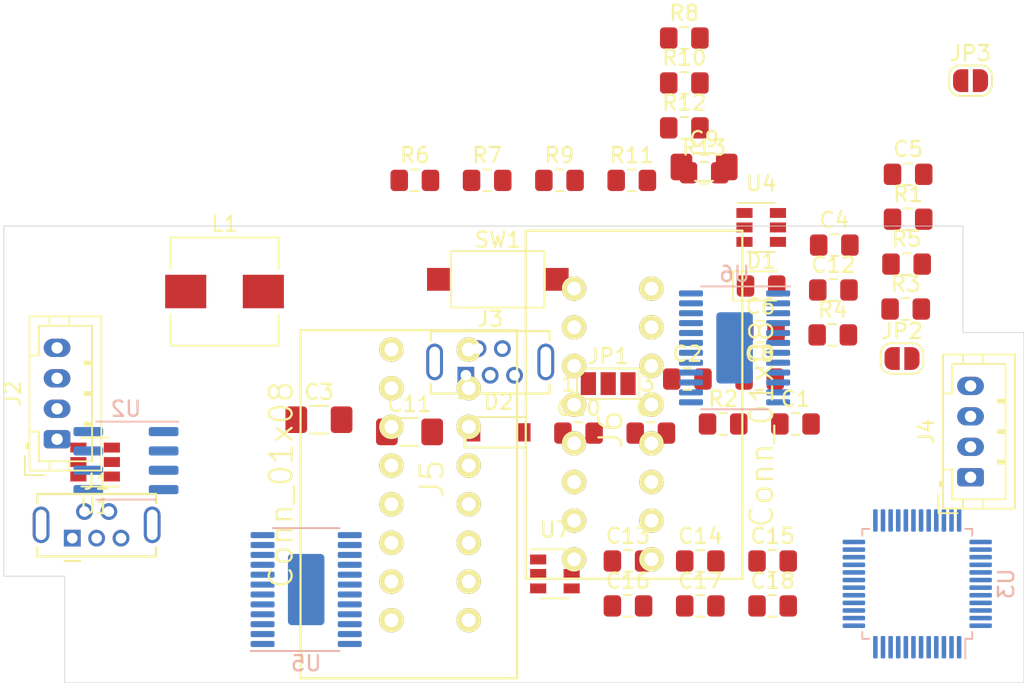
<source format=kicad_pcb>
(kicad_pcb (version 20171130) (host pcbnew "(5.1.2)-1")

  (general
    (thickness 1.6)
    (drawings 8)
    (tracks 0)
    (zones 0)
    (modules 51)
    (nets 55)
  )

  (page A4)
  (layers
    (0 F.Cu signal)
    (31 B.Cu signal)
    (32 B.Adhes user)
    (33 F.Adhes user)
    (34 B.Paste user)
    (35 F.Paste user)
    (36 B.SilkS user)
    (37 F.SilkS user)
    (38 B.Mask user)
    (39 F.Mask user)
    (40 Dwgs.User user)
    (41 Cmts.User user)
    (42 Eco1.User user)
    (43 Eco2.User user)
    (44 Edge.Cuts user)
    (45 Margin user)
    (46 B.CrtYd user hide)
    (47 F.CrtYd user)
    (48 B.Fab user hide)
    (49 F.Fab user hide)
  )

  (setup
    (last_trace_width 0.25)
    (trace_clearance 0.2)
    (zone_clearance 0.508)
    (zone_45_only no)
    (trace_min 0.2)
    (via_size 0.8)
    (via_drill 0.4)
    (via_min_size 0.4)
    (via_min_drill 0.3)
    (uvia_size 0.3)
    (uvia_drill 0.1)
    (uvias_allowed no)
    (uvia_min_size 0.2)
    (uvia_min_drill 0.1)
    (edge_width 0.05)
    (segment_width 0.2)
    (pcb_text_width 0.3)
    (pcb_text_size 1.5 1.5)
    (mod_edge_width 0.12)
    (mod_text_size 1 1)
    (mod_text_width 0.15)
    (pad_size 1.524 1.524)
    (pad_drill 0.762)
    (pad_to_mask_clearance 0.051)
    (solder_mask_min_width 0.25)
    (aux_axis_origin 0 0)
    (visible_elements 7FFFFFFF)
    (pcbplotparams
      (layerselection 0x010fc_ffffffff)
      (usegerberextensions false)
      (usegerberattributes false)
      (usegerberadvancedattributes false)
      (creategerberjobfile false)
      (excludeedgelayer true)
      (linewidth 0.100000)
      (plotframeref false)
      (viasonmask false)
      (mode 1)
      (useauxorigin false)
      (hpglpennumber 1)
      (hpglpenspeed 20)
      (hpglpendiameter 15.000000)
      (psnegative false)
      (psa4output false)
      (plotreference true)
      (plotvalue true)
      (plotinvisibletext false)
      (padsonsilk false)
      (subtractmaskfromsilk false)
      (outputformat 1)
      (mirror false)
      (drillshape 1)
      (scaleselection 1)
      (outputdirectory ""))
  )

  (net 0 "")
  (net 1 GND)
  (net 2 +3V3)
  (net 3 "Net-(C2-Pad1)")
  (net 4 +24V)
  (net 5 "Net-(C10-Pad2)")
  (net 6 "Net-(C10-Pad1)")
  (net 7 "Net-(D1-Pad2)")
  (net 8 "Net-(D1-Pad1)")
  (net 9 "Net-(J1-Pad4)")
  (net 10 /USB+)
  (net 11 /USB-)
  (net 12 /IN2)
  (net 13 /IN1)
  (net 14 /VIN)
  (net 15 /RX)
  (net 16 /TX)
  (net 17 /SWDIO)
  (net 18 /SWCLK)
  (net 19 IO7)
  (net 20 IO6)
  (net 21 IO5)
  (net 22 IO4)
  (net 23 IO3)
  (net 24 IO2)
  (net 25 IO1)
  (net 26 IO0)
  (net 27 IO15)
  (net 28 IO14)
  (net 29 IO13)
  (net 30 IO12)
  (net 31 IO11)
  (net 32 IO10)
  (net 33 IO9)
  (net 34 IO8)
  (net 35 /SDA)
  (net 36 /SCL)
  (net 37 "Net-(R1-Pad1)")
  (net 38 "Net-(R4-Pad2)")
  (net 39 CANR)
  (net 40 CANT)
  (net 41 "Net-(C15-Pad2)")
  (net 42 "Net-(C16-Pad2)")
  (net 43 "Net-(C17-Pad1)")
  (net 44 "Net-(C18-Pad1)")
  (net 45 SPI_MOSI)
  (net 46 SPI_MISO)
  (net 47 SPI_CLK)
  (net 48 "Net-(R11-Pad2)")
  (net 49 "Net-(R10-Pad1)")
  (net 50 "Net-(R7-Pad1)")
  (net 51 "Net-(R6-Pad1)")
  (net 52 CSB)
  (net 53 OUT_EN)
  (net 54 SOSI)

  (net_class Default "Dies ist die voreingestellte Netzklasse."
    (clearance 0.2)
    (trace_width 0.25)
    (via_dia 0.8)
    (via_drill 0.4)
    (uvia_dia 0.3)
    (uvia_drill 0.1)
    (add_net +24V)
    (add_net +3V3)
    (add_net +5V)
    (add_net /IN1)
    (add_net /IN2)
    (add_net /RX)
    (add_net /SCL)
    (add_net /SDA)
    (add_net /SWCLK)
    (add_net /SWDIO)
    (add_net /TX)
    (add_net /USB+)
    (add_net /USB-)
    (add_net /VIN)
    (add_net /WS2812)
    (add_net CANR)
    (add_net CANT)
    (add_net CSB)
    (add_net GND)
    (add_net IO0)
    (add_net IO1)
    (add_net IO10)
    (add_net IO11)
    (add_net IO12)
    (add_net IO13)
    (add_net IO14)
    (add_net IO15)
    (add_net IO2)
    (add_net IO3)
    (add_net IO4)
    (add_net IO5)
    (add_net IO6)
    (add_net IO7)
    (add_net IO8)
    (add_net IO9)
    (add_net "Net-(C10-Pad1)")
    (add_net "Net-(C10-Pad2)")
    (add_net "Net-(C15-Pad2)")
    (add_net "Net-(C16-Pad2)")
    (add_net "Net-(C17-Pad1)")
    (add_net "Net-(C18-Pad1)")
    (add_net "Net-(C2-Pad1)")
    (add_net "Net-(D1-Pad1)")
    (add_net "Net-(D1-Pad2)")
    (add_net "Net-(J1-Pad4)")
    (add_net "Net-(R1-Pad1)")
    (add_net "Net-(R10-Pad1)")
    (add_net "Net-(R11-Pad2)")
    (add_net "Net-(R4-Pad2)")
    (add_net "Net-(R6-Pad1)")
    (add_net "Net-(R7-Pad1)")
    (add_net "Net-(U1-Pad1)")
    (add_net "Net-(U1-Pad2)")
    (add_net "Net-(U1-Pad3)")
    (add_net "Net-(U1-Pad5)")
    (add_net "Net-(U2-Pad5)")
    (add_net "Net-(U3-Pad2)")
    (add_net "Net-(U3-Pad3)")
    (add_net "Net-(U3-Pad38)")
    (add_net "Net-(U3-Pad4)")
    (add_net "Net-(U3-Pad5)")
    (add_net "Net-(U3-Pad6)")
    (add_net "Net-(U4-Pad4)")
    (add_net "Net-(U5-Pad15)")
    (add_net "Net-(U5-Pad20)")
    (add_net "Net-(U5-Pad9)")
    (add_net "Net-(U6-Pad15)")
    (add_net "Net-(U6-Pad9)")
    (add_net OUT_EN)
    (add_net SOSI)
    (add_net SPI_CLK)
    (add_net SPI_MISO)
    (add_net SPI_MOSI)
  )

  (module sensact:KF141R-8p (layer F.Cu) (tedit 5633883F) (tstamp 5D28EBE8)
    (at 140 113 90)
    (path /5D2ED388)
    (fp_text reference J6 (at -0.381 -0.127 90) (layer F.SilkS)
      (effects (font (size 1.5 1.5) (thickness 0.15)))
    )
    (fp_text value Conn_01x08 (at 0 9.779 90) (layer F.SilkS)
      (effects (font (size 1.5 1.5) (thickness 0.15)))
    )
    (fp_line (start 5.08 8.509) (end -5.08 8.509) (layer F.SilkS) (width 0.15))
    (fp_line (start 5.08 -5.715) (end -5.08 -5.715) (layer F.SilkS) (width 0.15))
    (fp_line (start -10.16 -5.715) (end -5.08 -5.715) (layer F.SilkS) (width 0.15))
    (fp_line (start -10.16 8.509) (end -10.16 -5.715) (layer F.SilkS) (width 0.15))
    (fp_line (start -5.08 8.509) (end -10.16 8.509) (layer F.SilkS) (width 0.15))
    (fp_line (start 12.7 -5.08) (end 12.7 7.62) (layer F.SilkS) (width 0.15))
    (fp_line (start 12.7 -5.715) (end 12.7 -5.08) (layer F.SilkS) (width 0.15))
    (fp_line (start 5.08 -5.715) (end 12.7 -5.715) (layer F.SilkS) (width 0.15))
    (fp_line (start 12.7 8.509) (end 12.7 7.62) (layer F.SilkS) (width 0.15))
    (fp_line (start 5.08 8.509) (end 12.7 8.509) (layer F.SilkS) (width 0.15))
    (pad 8 thru_hole circle (at 8.89 -2.54 90) (size 1.6 1.6) (drill 0.9) (layers *.Cu *.Mask F.SilkS)
      (net 27 IO15))
    (pad 7 thru_hole circle (at 6.35 -2.54 90) (size 1.6 1.6) (drill 0.9) (layers *.Cu *.Mask F.SilkS)
      (net 28 IO14))
    (pad 6 thru_hole circle (at 3.81 -2.54 90) (size 1.6 1.6) (drill 0.9) (layers *.Cu *.Mask F.SilkS)
      (net 29 IO13))
    (pad 5 thru_hole circle (at 1.27 -2.54 90) (size 1.6 1.6) (drill 0.9) (layers *.Cu *.Mask F.SilkS)
      (net 30 IO12))
    (pad 8 thru_hole circle (at 8.89 2.54 90) (size 1.6 1.6) (drill 0.9) (layers *.Cu *.Mask F.SilkS)
      (net 27 IO15))
    (pad 7 thru_hole circle (at 6.35 2.54 90) (size 1.6 1.6) (drill 0.9) (layers *.Cu *.Mask F.SilkS)
      (net 28 IO14))
    (pad 6 thru_hole circle (at 3.81 2.54 90) (size 1.6 1.6) (drill 0.9) (layers *.Cu *.Mask F.SilkS)
      (net 29 IO13))
    (pad 5 thru_hole circle (at 1.27 2.54 90) (size 1.6 1.6) (drill 0.9) (layers *.Cu *.Mask F.SilkS)
      (net 30 IO12))
    (pad 4 thru_hole circle (at -1.27 -2.54 90) (size 1.6 1.6) (drill 0.9) (layers *.Cu *.Mask F.SilkS)
      (net 31 IO11))
    (pad 4 thru_hole circle (at -1.27 2.54 90) (size 1.6 1.6) (drill 0.9) (layers *.Cu *.Mask F.SilkS)
      (net 31 IO11))
    (pad 1 thru_hole circle (at -8.89 -2.54 90) (size 1.6 1.6) (drill 0.9) (layers *.Cu *.Mask F.SilkS)
      (net 34 IO8))
    (pad 1 thru_hole circle (at -8.89 2.54 90) (size 1.6 1.6) (drill 0.9) (layers *.Cu *.Mask F.SilkS)
      (net 34 IO8))
    (pad 3 thru_hole circle (at -3.81 2.54 90) (size 1.6 1.6) (drill 0.9) (layers *.Cu *.Mask F.SilkS)
      (net 32 IO10))
    (pad 3 thru_hole circle (at -3.81 -2.54 90) (size 1.6 1.6) (drill 0.9) (layers *.Cu *.Mask F.SilkS)
      (net 32 IO10))
    (pad 2 thru_hole circle (at -6.35 2.54 90) (size 1.6 1.6) (drill 0.9) (layers *.Cu *.Mask F.SilkS)
      (net 33 IO9))
    (pad 2 thru_hole circle (at -6.35 -2.54 90) (size 1.6 1.6) (drill 0.9) (layers *.Cu *.Mask F.SilkS)
      (net 33 IO9))
  )

  (module sensact:KF141R-8p (layer F.Cu) (tedit 5633883F) (tstamp 5D28EBCA)
    (at 128 117 270)
    (path /5D2EC7A7)
    (fp_text reference J5 (at -0.381 -0.127 90) (layer F.SilkS)
      (effects (font (size 1.5 1.5) (thickness 0.15)))
    )
    (fp_text value Conn_01x08 (at 0 9.779 90) (layer F.SilkS)
      (effects (font (size 1.5 1.5) (thickness 0.15)))
    )
    (fp_line (start 5.08 8.509) (end -5.08 8.509) (layer F.SilkS) (width 0.15))
    (fp_line (start 5.08 -5.715) (end -5.08 -5.715) (layer F.SilkS) (width 0.15))
    (fp_line (start -10.16 -5.715) (end -5.08 -5.715) (layer F.SilkS) (width 0.15))
    (fp_line (start -10.16 8.509) (end -10.16 -5.715) (layer F.SilkS) (width 0.15))
    (fp_line (start -5.08 8.509) (end -10.16 8.509) (layer F.SilkS) (width 0.15))
    (fp_line (start 12.7 -5.08) (end 12.7 7.62) (layer F.SilkS) (width 0.15))
    (fp_line (start 12.7 -5.715) (end 12.7 -5.08) (layer F.SilkS) (width 0.15))
    (fp_line (start 5.08 -5.715) (end 12.7 -5.715) (layer F.SilkS) (width 0.15))
    (fp_line (start 12.7 8.509) (end 12.7 7.62) (layer F.SilkS) (width 0.15))
    (fp_line (start 5.08 8.509) (end 12.7 8.509) (layer F.SilkS) (width 0.15))
    (pad 8 thru_hole circle (at 8.89 -2.54 270) (size 1.6 1.6) (drill 0.9) (layers *.Cu *.Mask F.SilkS)
      (net 19 IO7))
    (pad 7 thru_hole circle (at 6.35 -2.54 270) (size 1.6 1.6) (drill 0.9) (layers *.Cu *.Mask F.SilkS)
      (net 20 IO6))
    (pad 6 thru_hole circle (at 3.81 -2.54 270) (size 1.6 1.6) (drill 0.9) (layers *.Cu *.Mask F.SilkS)
      (net 21 IO5))
    (pad 5 thru_hole circle (at 1.27 -2.54 270) (size 1.6 1.6) (drill 0.9) (layers *.Cu *.Mask F.SilkS)
      (net 22 IO4))
    (pad 8 thru_hole circle (at 8.89 2.54 270) (size 1.6 1.6) (drill 0.9) (layers *.Cu *.Mask F.SilkS)
      (net 19 IO7))
    (pad 7 thru_hole circle (at 6.35 2.54 270) (size 1.6 1.6) (drill 0.9) (layers *.Cu *.Mask F.SilkS)
      (net 20 IO6))
    (pad 6 thru_hole circle (at 3.81 2.54 270) (size 1.6 1.6) (drill 0.9) (layers *.Cu *.Mask F.SilkS)
      (net 21 IO5))
    (pad 5 thru_hole circle (at 1.27 2.54 270) (size 1.6 1.6) (drill 0.9) (layers *.Cu *.Mask F.SilkS)
      (net 22 IO4))
    (pad 4 thru_hole circle (at -1.27 -2.54 270) (size 1.6 1.6) (drill 0.9) (layers *.Cu *.Mask F.SilkS)
      (net 23 IO3))
    (pad 4 thru_hole circle (at -1.27 2.54 270) (size 1.6 1.6) (drill 0.9) (layers *.Cu *.Mask F.SilkS)
      (net 23 IO3))
    (pad 1 thru_hole circle (at -8.89 -2.54 270) (size 1.6 1.6) (drill 0.9) (layers *.Cu *.Mask F.SilkS)
      (net 26 IO0))
    (pad 1 thru_hole circle (at -8.89 2.54 270) (size 1.6 1.6) (drill 0.9) (layers *.Cu *.Mask F.SilkS)
      (net 26 IO0))
    (pad 3 thru_hole circle (at -3.81 2.54 270) (size 1.6 1.6) (drill 0.9) (layers *.Cu *.Mask F.SilkS)
      (net 24 IO2))
    (pad 3 thru_hole circle (at -3.81 -2.54 270) (size 1.6 1.6) (drill 0.9) (layers *.Cu *.Mask F.SilkS)
      (net 24 IO2))
    (pad 2 thru_hole circle (at -6.35 2.54 270) (size 1.6 1.6) (drill 0.9) (layers *.Cu *.Mask F.SilkS)
      (net 25 IO1))
    (pad 2 thru_hole circle (at -6.35 -2.54 270) (size 1.6 1.6) (drill 0.9) (layers *.Cu *.Mask F.SilkS)
      (net 25 IO1))
  )

  (module Package_SO:HTSSOP-24-1EP_4.4x7.8mm_P0.65mm_EP3.4x7.8mm_Mask2.4x4.68mm (layer B.Cu) (tedit 5BB78E7D) (tstamp 5D28D7D0)
    (at 148 108 180)
    (descr "HTSSOP, 24 Pin (http://www.ti.com/lit/ds/symlink/tps703.pdf), generated with kicad-footprint-generator ipc_gullwing_generator.py")
    (tags "HTSSOP SO")
    (path /5D28DF96)
    (attr smd)
    (fp_text reference U6 (at 0 4.85) (layer B.SilkS)
      (effects (font (size 1 1) (thickness 0.15)) (justify mirror))
    )
    (fp_text value NCV7719 (at 0 -4.85) (layer B.Fab)
      (effects (font (size 1 1) (thickness 0.15)) (justify mirror))
    )
    (fp_text user %R (at 0 0) (layer B.Fab)
      (effects (font (size 1 1) (thickness 0.15)) (justify mirror))
    )
    (fp_line (start 3.9 4.15) (end -3.9 4.15) (layer B.CrtYd) (width 0.05))
    (fp_line (start 3.9 -4.15) (end 3.9 4.15) (layer B.CrtYd) (width 0.05))
    (fp_line (start -3.9 -4.15) (end 3.9 -4.15) (layer B.CrtYd) (width 0.05))
    (fp_line (start -3.9 4.15) (end -3.9 -4.15) (layer B.CrtYd) (width 0.05))
    (fp_line (start -2.2 2.9) (end -1.2 3.9) (layer B.Fab) (width 0.1))
    (fp_line (start -2.2 -3.9) (end -2.2 2.9) (layer B.Fab) (width 0.1))
    (fp_line (start 2.2 -3.9) (end -2.2 -3.9) (layer B.Fab) (width 0.1))
    (fp_line (start 2.2 3.9) (end 2.2 -3.9) (layer B.Fab) (width 0.1))
    (fp_line (start -1.2 3.9) (end 2.2 3.9) (layer B.Fab) (width 0.1))
    (fp_line (start 0 4.035) (end -3.65 4.035) (layer B.SilkS) (width 0.12))
    (fp_line (start 0 4.035) (end 2.2 4.035) (layer B.SilkS) (width 0.12))
    (fp_line (start 0 -4.035) (end -2.2 -4.035) (layer B.SilkS) (width 0.12))
    (fp_line (start 0 -4.035) (end 2.2 -4.035) (layer B.SilkS) (width 0.12))
    (pad 24 smd roundrect (at 2.8625 3.575 180) (size 1.575 0.4) (layers B.Cu B.Paste B.Mask) (roundrect_rratio 0.25)
      (net 1 GND))
    (pad 23 smd roundrect (at 2.8625 2.925 180) (size 1.575 0.4) (layers B.Cu B.Paste B.Mask) (roundrect_rratio 0.25)
      (net 34 IO8))
    (pad 22 smd roundrect (at 2.8625 2.275 180) (size 1.575 0.4) (layers B.Cu B.Paste B.Mask) (roundrect_rratio 0.25)
      (net 33 IO9))
    (pad 21 smd roundrect (at 2.8625 1.625 180) (size 1.575 0.4) (layers B.Cu B.Paste B.Mask) (roundrect_rratio 0.25)
      (net 4 +24V))
    (pad 20 smd roundrect (at 2.8625 0.975 180) (size 1.575 0.4) (layers B.Cu B.Paste B.Mask) (roundrect_rratio 0.25)
      (net 47 SPI_CLK))
    (pad 19 smd roundrect (at 2.8625 0.325 180) (size 1.575 0.4) (layers B.Cu B.Paste B.Mask) (roundrect_rratio 0.25)
      (net 52 CSB))
    (pad 18 smd roundrect (at 2.8625 -0.325 180) (size 1.575 0.4) (layers B.Cu B.Paste B.Mask) (roundrect_rratio 0.25)
      (net 1 GND))
    (pad 17 smd roundrect (at 2.8625 -0.975 180) (size 1.575 0.4) (layers B.Cu B.Paste B.Mask) (roundrect_rratio 0.25)
      (net 1 GND))
    (pad 16 smd roundrect (at 2.8625 -1.625 180) (size 1.575 0.4) (layers B.Cu B.Paste B.Mask) (roundrect_rratio 0.25)
      (net 4 +24V))
    (pad 15 smd roundrect (at 2.8625 -2.275 180) (size 1.575 0.4) (layers B.Cu B.Paste B.Mask) (roundrect_rratio 0.25))
    (pad 14 smd roundrect (at 2.8625 -2.925 180) (size 1.575 0.4) (layers B.Cu B.Paste B.Mask) (roundrect_rratio 0.25)
      (net 32 IO10))
    (pad 13 smd roundrect (at 2.8625 -3.575 180) (size 1.575 0.4) (layers B.Cu B.Paste B.Mask) (roundrect_rratio 0.25)
      (net 1 GND))
    (pad 12 smd roundrect (at -2.8625 -3.575 180) (size 1.575 0.4) (layers B.Cu B.Paste B.Mask) (roundrect_rratio 0.25)
      (net 1 GND))
    (pad 11 smd roundrect (at -2.8625 -2.925 180) (size 1.575 0.4) (layers B.Cu B.Paste B.Mask) (roundrect_rratio 0.25)
      (net 31 IO11))
    (pad 10 smd roundrect (at -2.8625 -2.275 180) (size 1.575 0.4) (layers B.Cu B.Paste B.Mask) (roundrect_rratio 0.25)
      (net 30 IO12))
    (pad 9 smd roundrect (at -2.8625 -1.625 180) (size 1.575 0.4) (layers B.Cu B.Paste B.Mask) (roundrect_rratio 0.25))
    (pad 8 smd roundrect (at -2.8625 -0.975 180) (size 1.575 0.4) (layers B.Cu B.Paste B.Mask) (roundrect_rratio 0.25)
      (net 53 OUT_EN))
    (pad 7 smd roundrect (at -2.8625 -0.325 180) (size 1.575 0.4) (layers B.Cu B.Paste B.Mask) (roundrect_rratio 0.25)
      (net 46 SPI_MISO))
    (pad 6 smd roundrect (at -2.8625 0.325 180) (size 1.575 0.4) (layers B.Cu B.Paste B.Mask) (roundrect_rratio 0.25)
      (net 2 +3V3))
    (pad 5 smd roundrect (at -2.8625 0.975 180) (size 1.575 0.4) (layers B.Cu B.Paste B.Mask) (roundrect_rratio 0.25)
      (net 54 SOSI))
    (pad 4 smd roundrect (at -2.8625 1.625 180) (size 1.575 0.4) (layers B.Cu B.Paste B.Mask) (roundrect_rratio 0.25)
      (net 29 IO13))
    (pad 3 smd roundrect (at -2.8625 2.275 180) (size 1.575 0.4) (layers B.Cu B.Paste B.Mask) (roundrect_rratio 0.25)
      (net 28 IO14))
    (pad 2 smd roundrect (at -2.8625 2.925 180) (size 1.575 0.4) (layers B.Cu B.Paste B.Mask) (roundrect_rratio 0.25)
      (net 27 IO15))
    (pad 1 smd roundrect (at -2.8625 3.575 180) (size 1.575 0.4) (layers B.Cu B.Paste B.Mask) (roundrect_rratio 0.25)
      (net 1 GND))
    (pad "" smd roundrect (at 0 -1.17 180) (size 1.93 1.89) (layers B.Paste) (roundrect_rratio 0.132275))
    (pad "" smd roundrect (at 0 1.17 180) (size 1.93 1.89) (layers B.Paste) (roundrect_rratio 0.132275))
    (pad 25 smd roundrect (at 0 0 180) (size 2.4 4.68) (layers B.Cu) (roundrect_rratio 0.104167)
      (net 1 GND))
    (pad "" smd roundrect (at 0 0 180) (size 3.4 7.8) (layers B.Mask) (roundrect_rratio 0.073529))
    (model ${KISYS3DMOD}/Package_SO.3dshapes/HTSSOP-24-1EP_4.4x7.8mm_P0.65mm_EP3.4x7.8mm_Mask2.4x4.68mm.wrl
      (at (xyz 0 0 0))
      (scale (xyz 1 1 1))
      (rotate (xyz 0 0 0))
    )
  )

  (module Package_SO:HTSSOP-24-1EP_4.4x7.8mm_P0.65mm_EP3.4x7.8mm_Mask2.4x4.68mm (layer B.Cu) (tedit 5BB78E7D) (tstamp 5D28D7A2)
    (at 119.8625 123.875)
    (descr "HTSSOP, 24 Pin (http://www.ti.com/lit/ds/symlink/tps703.pdf), generated with kicad-footprint-generator ipc_gullwing_generator.py")
    (tags "HTSSOP SO")
    (path /5D28C256)
    (attr smd)
    (fp_text reference U5 (at 0 4.85) (layer B.SilkS)
      (effects (font (size 1 1) (thickness 0.15)) (justify mirror))
    )
    (fp_text value NCV7719 (at 0 -4.85) (layer B.Fab)
      (effects (font (size 1 1) (thickness 0.15)) (justify mirror))
    )
    (fp_text user %R (at 0 0) (layer B.Fab)
      (effects (font (size 1 1) (thickness 0.15)) (justify mirror))
    )
    (fp_line (start 3.9 4.15) (end -3.9 4.15) (layer B.CrtYd) (width 0.05))
    (fp_line (start 3.9 -4.15) (end 3.9 4.15) (layer B.CrtYd) (width 0.05))
    (fp_line (start -3.9 -4.15) (end 3.9 -4.15) (layer B.CrtYd) (width 0.05))
    (fp_line (start -3.9 4.15) (end -3.9 -4.15) (layer B.CrtYd) (width 0.05))
    (fp_line (start -2.2 2.9) (end -1.2 3.9) (layer B.Fab) (width 0.1))
    (fp_line (start -2.2 -3.9) (end -2.2 2.9) (layer B.Fab) (width 0.1))
    (fp_line (start 2.2 -3.9) (end -2.2 -3.9) (layer B.Fab) (width 0.1))
    (fp_line (start 2.2 3.9) (end 2.2 -3.9) (layer B.Fab) (width 0.1))
    (fp_line (start -1.2 3.9) (end 2.2 3.9) (layer B.Fab) (width 0.1))
    (fp_line (start 0 4.035) (end -3.65 4.035) (layer B.SilkS) (width 0.12))
    (fp_line (start 0 4.035) (end 2.2 4.035) (layer B.SilkS) (width 0.12))
    (fp_line (start 0 -4.035) (end -2.2 -4.035) (layer B.SilkS) (width 0.12))
    (fp_line (start 0 -4.035) (end 2.2 -4.035) (layer B.SilkS) (width 0.12))
    (pad 24 smd roundrect (at 2.8625 3.575) (size 1.575 0.4) (layers B.Cu B.Paste B.Mask) (roundrect_rratio 0.25)
      (net 1 GND))
    (pad 23 smd roundrect (at 2.8625 2.925) (size 1.575 0.4) (layers B.Cu B.Paste B.Mask) (roundrect_rratio 0.25)
      (net 19 IO7))
    (pad 22 smd roundrect (at 2.8625 2.275) (size 1.575 0.4) (layers B.Cu B.Paste B.Mask) (roundrect_rratio 0.25)
      (net 20 IO6))
    (pad 21 smd roundrect (at 2.8625 1.625) (size 1.575 0.4) (layers B.Cu B.Paste B.Mask) (roundrect_rratio 0.25)
      (net 4 +24V))
    (pad 20 smd roundrect (at 2.8625 0.975) (size 1.575 0.4) (layers B.Cu B.Paste B.Mask) (roundrect_rratio 0.25))
    (pad 19 smd roundrect (at 2.8625 0.325) (size 1.575 0.4) (layers B.Cu B.Paste B.Mask) (roundrect_rratio 0.25)
      (net 52 CSB))
    (pad 18 smd roundrect (at 2.8625 -0.325) (size 1.575 0.4) (layers B.Cu B.Paste B.Mask) (roundrect_rratio 0.25)
      (net 1 GND))
    (pad 17 smd roundrect (at 2.8625 -0.975) (size 1.575 0.4) (layers B.Cu B.Paste B.Mask) (roundrect_rratio 0.25)
      (net 1 GND))
    (pad 16 smd roundrect (at 2.8625 -1.625) (size 1.575 0.4) (layers B.Cu B.Paste B.Mask) (roundrect_rratio 0.25)
      (net 4 +24V))
    (pad 15 smd roundrect (at 2.8625 -2.275) (size 1.575 0.4) (layers B.Cu B.Paste B.Mask) (roundrect_rratio 0.25))
    (pad 14 smd roundrect (at 2.8625 -2.925) (size 1.575 0.4) (layers B.Cu B.Paste B.Mask) (roundrect_rratio 0.25)
      (net 21 IO5))
    (pad 13 smd roundrect (at 2.8625 -3.575) (size 1.575 0.4) (layers B.Cu B.Paste B.Mask) (roundrect_rratio 0.25)
      (net 1 GND))
    (pad 12 smd roundrect (at -2.8625 -3.575) (size 1.575 0.4) (layers B.Cu B.Paste B.Mask) (roundrect_rratio 0.25)
      (net 1 GND))
    (pad 11 smd roundrect (at -2.8625 -2.925) (size 1.575 0.4) (layers B.Cu B.Paste B.Mask) (roundrect_rratio 0.25)
      (net 22 IO4))
    (pad 10 smd roundrect (at -2.8625 -2.275) (size 1.575 0.4) (layers B.Cu B.Paste B.Mask) (roundrect_rratio 0.25)
      (net 23 IO3))
    (pad 9 smd roundrect (at -2.8625 -1.625) (size 1.575 0.4) (layers B.Cu B.Paste B.Mask) (roundrect_rratio 0.25))
    (pad 8 smd roundrect (at -2.8625 -0.975) (size 1.575 0.4) (layers B.Cu B.Paste B.Mask) (roundrect_rratio 0.25)
      (net 53 OUT_EN))
    (pad 7 smd roundrect (at -2.8625 -0.325) (size 1.575 0.4) (layers B.Cu B.Paste B.Mask) (roundrect_rratio 0.25)
      (net 54 SOSI))
    (pad 6 smd roundrect (at -2.8625 0.325) (size 1.575 0.4) (layers B.Cu B.Paste B.Mask) (roundrect_rratio 0.25)
      (net 2 +3V3))
    (pad 5 smd roundrect (at -2.8625 0.975) (size 1.575 0.4) (layers B.Cu B.Paste B.Mask) (roundrect_rratio 0.25)
      (net 45 SPI_MOSI))
    (pad 4 smd roundrect (at -2.8625 1.625) (size 1.575 0.4) (layers B.Cu B.Paste B.Mask) (roundrect_rratio 0.25)
      (net 24 IO2))
    (pad 3 smd roundrect (at -2.8625 2.275) (size 1.575 0.4) (layers B.Cu B.Paste B.Mask) (roundrect_rratio 0.25)
      (net 25 IO1))
    (pad 2 smd roundrect (at -2.8625 2.925) (size 1.575 0.4) (layers B.Cu B.Paste B.Mask) (roundrect_rratio 0.25)
      (net 26 IO0))
    (pad 1 smd roundrect (at -2.8625 3.575) (size 1.575 0.4) (layers B.Cu B.Paste B.Mask) (roundrect_rratio 0.25)
      (net 1 GND))
    (pad "" smd roundrect (at 0 -1.17) (size 1.93 1.89) (layers B.Paste) (roundrect_rratio 0.132275))
    (pad "" smd roundrect (at 0 1.17) (size 1.93 1.89) (layers B.Paste) (roundrect_rratio 0.132275))
    (pad 25 smd roundrect (at 0 0) (size 2.4 4.68) (layers B.Cu) (roundrect_rratio 0.104167)
      (net 1 GND))
    (pad "" smd roundrect (at 0 0) (size 3.4 7.8) (layers B.Mask) (roundrect_rratio 0.073529))
    (model ${KISYS3DMOD}/Package_SO.3dshapes/HTSSOP-24-1EP_4.4x7.8mm_P0.65mm_EP3.4x7.8mm_Mask2.4x4.68mm.wrl
      (at (xyz 0 0 0))
      (scale (xyz 1 1 1))
      (rotate (xyz 0 0 0))
    )
  )

  (module Resistor_SMD:R_0805_2012Metric_Pad1.15x1.40mm_HandSolder (layer F.Cu) (tedit 5B36C52B) (tstamp 5D28D606)
    (at 146 96.5)
    (descr "Resistor SMD 0805 (2012 Metric), square (rectangular) end terminal, IPC_7351 nominal with elongated pad for handsoldering. (Body size source: https://docs.google.com/spreadsheets/d/1BsfQQcO9C6DZCsRaXUlFlo91Tg2WpOkGARC1WS5S8t0/edit?usp=sharing), generated with kicad-footprint-generator")
    (tags "resistor handsolder")
    (path /5D26D4C5)
    (attr smd)
    (fp_text reference R13 (at 0 -1.65) (layer F.SilkS)
      (effects (font (size 1 1) (thickness 0.15)))
    )
    (fp_text value 10R (at 0 1.65) (layer F.Fab)
      (effects (font (size 1 1) (thickness 0.15)))
    )
    (fp_text user %R (at 0 0) (layer F.Fab)
      (effects (font (size 0.5 0.5) (thickness 0.08)))
    )
    (fp_line (start 1.85 0.95) (end -1.85 0.95) (layer F.CrtYd) (width 0.05))
    (fp_line (start 1.85 -0.95) (end 1.85 0.95) (layer F.CrtYd) (width 0.05))
    (fp_line (start -1.85 -0.95) (end 1.85 -0.95) (layer F.CrtYd) (width 0.05))
    (fp_line (start -1.85 0.95) (end -1.85 -0.95) (layer F.CrtYd) (width 0.05))
    (fp_line (start -0.261252 0.71) (end 0.261252 0.71) (layer F.SilkS) (width 0.12))
    (fp_line (start -0.261252 -0.71) (end 0.261252 -0.71) (layer F.SilkS) (width 0.12))
    (fp_line (start 1 0.6) (end -1 0.6) (layer F.Fab) (width 0.1))
    (fp_line (start 1 -0.6) (end 1 0.6) (layer F.Fab) (width 0.1))
    (fp_line (start -1 -0.6) (end 1 -0.6) (layer F.Fab) (width 0.1))
    (fp_line (start -1 0.6) (end -1 -0.6) (layer F.Fab) (width 0.1))
    (pad 2 smd roundrect (at 1.025 0) (size 1.15 1.4) (layers F.Cu F.Paste F.Mask) (roundrect_rratio 0.217391)
      (net 48 "Net-(R11-Pad2)"))
    (pad 1 smd roundrect (at -1.025 0) (size 1.15 1.4) (layers F.Cu F.Paste F.Mask) (roundrect_rratio 0.217391)
      (net 23 IO3))
    (model ${KISYS3DMOD}/Resistor_SMD.3dshapes/R_0805_2012Metric.wrl
      (at (xyz 0 0 0))
      (scale (xyz 1 1 1))
      (rotate (xyz 0 0 0))
    )
  )

  (module Resistor_SMD:R_0805_2012Metric_Pad1.15x1.40mm_HandSolder (layer F.Cu) (tedit 5B36C52B) (tstamp 5D28D5F5)
    (at 144.7 93.55)
    (descr "Resistor SMD 0805 (2012 Metric), square (rectangular) end terminal, IPC_7351 nominal with elongated pad for handsoldering. (Body size source: https://docs.google.com/spreadsheets/d/1BsfQQcO9C6DZCsRaXUlFlo91Tg2WpOkGARC1WS5S8t0/edit?usp=sharing), generated with kicad-footprint-generator")
    (tags "resistor handsolder")
    (path /5D26885B)
    (attr smd)
    (fp_text reference R12 (at 0 -1.65) (layer F.SilkS)
      (effects (font (size 1 1) (thickness 0.15)))
    )
    (fp_text value 10R (at 0 1.65) (layer F.Fab)
      (effects (font (size 1 1) (thickness 0.15)))
    )
    (fp_text user %R (at 0 0) (layer F.Fab)
      (effects (font (size 0.5 0.5) (thickness 0.08)))
    )
    (fp_line (start 1.85 0.95) (end -1.85 0.95) (layer F.CrtYd) (width 0.05))
    (fp_line (start 1.85 -0.95) (end 1.85 0.95) (layer F.CrtYd) (width 0.05))
    (fp_line (start -1.85 -0.95) (end 1.85 -0.95) (layer F.CrtYd) (width 0.05))
    (fp_line (start -1.85 0.95) (end -1.85 -0.95) (layer F.CrtYd) (width 0.05))
    (fp_line (start -0.261252 0.71) (end 0.261252 0.71) (layer F.SilkS) (width 0.12))
    (fp_line (start -0.261252 -0.71) (end 0.261252 -0.71) (layer F.SilkS) (width 0.12))
    (fp_line (start 1 0.6) (end -1 0.6) (layer F.Fab) (width 0.1))
    (fp_line (start 1 -0.6) (end 1 0.6) (layer F.Fab) (width 0.1))
    (fp_line (start -1 -0.6) (end 1 -0.6) (layer F.Fab) (width 0.1))
    (fp_line (start -1 0.6) (end -1 -0.6) (layer F.Fab) (width 0.1))
    (pad 2 smd roundrect (at 1.025 0) (size 1.15 1.4) (layers F.Cu F.Paste F.Mask) (roundrect_rratio 0.217391)
      (net 49 "Net-(R10-Pad1)"))
    (pad 1 smd roundrect (at -1.025 0) (size 1.15 1.4) (layers F.Cu F.Paste F.Mask) (roundrect_rratio 0.217391)
      (net 24 IO2))
    (model ${KISYS3DMOD}/Resistor_SMD.3dshapes/R_0805_2012Metric.wrl
      (at (xyz 0 0 0))
      (scale (xyz 1 1 1))
      (rotate (xyz 0 0 0))
    )
  )

  (module Resistor_SMD:R_0805_2012Metric_Pad1.15x1.40mm_HandSolder (layer F.Cu) (tedit 5B36C52B) (tstamp 5D28D5E4)
    (at 141.25 97)
    (descr "Resistor SMD 0805 (2012 Metric), square (rectangular) end terminal, IPC_7351 nominal with elongated pad for handsoldering. (Body size source: https://docs.google.com/spreadsheets/d/1BsfQQcO9C6DZCsRaXUlFlo91Tg2WpOkGARC1WS5S8t0/edit?usp=sharing), generated with kicad-footprint-generator")
    (tags "resistor handsolder")
    (path /5D26D953)
    (attr smd)
    (fp_text reference R11 (at 0 -1.65) (layer F.SilkS)
      (effects (font (size 1 1) (thickness 0.15)))
    )
    (fp_text value 1k (at 0 1.65) (layer F.Fab)
      (effects (font (size 1 1) (thickness 0.15)))
    )
    (fp_text user %R (at 0 0) (layer F.Fab)
      (effects (font (size 0.5 0.5) (thickness 0.08)))
    )
    (fp_line (start 1.85 0.95) (end -1.85 0.95) (layer F.CrtYd) (width 0.05))
    (fp_line (start 1.85 -0.95) (end 1.85 0.95) (layer F.CrtYd) (width 0.05))
    (fp_line (start -1.85 -0.95) (end 1.85 -0.95) (layer F.CrtYd) (width 0.05))
    (fp_line (start -1.85 0.95) (end -1.85 -0.95) (layer F.CrtYd) (width 0.05))
    (fp_line (start -0.261252 0.71) (end 0.261252 0.71) (layer F.SilkS) (width 0.12))
    (fp_line (start -0.261252 -0.71) (end 0.261252 -0.71) (layer F.SilkS) (width 0.12))
    (fp_line (start 1 0.6) (end -1 0.6) (layer F.Fab) (width 0.1))
    (fp_line (start 1 -0.6) (end 1 0.6) (layer F.Fab) (width 0.1))
    (fp_line (start -1 -0.6) (end 1 -0.6) (layer F.Fab) (width 0.1))
    (fp_line (start -1 0.6) (end -1 -0.6) (layer F.Fab) (width 0.1))
    (pad 2 smd roundrect (at 1.025 0) (size 1.15 1.4) (layers F.Cu F.Paste F.Mask) (roundrect_rratio 0.217391)
      (net 48 "Net-(R11-Pad2)"))
    (pad 1 smd roundrect (at -1.025 0) (size 1.15 1.4) (layers F.Cu F.Paste F.Mask) (roundrect_rratio 0.217391)
      (net 44 "Net-(C18-Pad1)"))
    (model ${KISYS3DMOD}/Resistor_SMD.3dshapes/R_0805_2012Metric.wrl
      (at (xyz 0 0 0))
      (scale (xyz 1 1 1))
      (rotate (xyz 0 0 0))
    )
  )

  (module Resistor_SMD:R_0805_2012Metric_Pad1.15x1.40mm_HandSolder (layer F.Cu) (tedit 5B36C52B) (tstamp 5D28D5D3)
    (at 144.7 90.6)
    (descr "Resistor SMD 0805 (2012 Metric), square (rectangular) end terminal, IPC_7351 nominal with elongated pad for handsoldering. (Body size source: https://docs.google.com/spreadsheets/d/1BsfQQcO9C6DZCsRaXUlFlo91Tg2WpOkGARC1WS5S8t0/edit?usp=sharing), generated with kicad-footprint-generator")
    (tags "resistor handsolder")
    (path /5D268419)
    (attr smd)
    (fp_text reference R10 (at 0 -1.65) (layer F.SilkS)
      (effects (font (size 1 1) (thickness 0.15)))
    )
    (fp_text value 1k (at 0 1.65) (layer F.Fab)
      (effects (font (size 1 1) (thickness 0.15)))
    )
    (fp_text user %R (at 0 0) (layer F.Fab)
      (effects (font (size 0.5 0.5) (thickness 0.08)))
    )
    (fp_line (start 1.85 0.95) (end -1.85 0.95) (layer F.CrtYd) (width 0.05))
    (fp_line (start 1.85 -0.95) (end 1.85 0.95) (layer F.CrtYd) (width 0.05))
    (fp_line (start -1.85 -0.95) (end 1.85 -0.95) (layer F.CrtYd) (width 0.05))
    (fp_line (start -1.85 0.95) (end -1.85 -0.95) (layer F.CrtYd) (width 0.05))
    (fp_line (start -0.261252 0.71) (end 0.261252 0.71) (layer F.SilkS) (width 0.12))
    (fp_line (start -0.261252 -0.71) (end 0.261252 -0.71) (layer F.SilkS) (width 0.12))
    (fp_line (start 1 0.6) (end -1 0.6) (layer F.Fab) (width 0.1))
    (fp_line (start 1 -0.6) (end 1 0.6) (layer F.Fab) (width 0.1))
    (fp_line (start -1 -0.6) (end 1 -0.6) (layer F.Fab) (width 0.1))
    (fp_line (start -1 0.6) (end -1 -0.6) (layer F.Fab) (width 0.1))
    (pad 2 smd roundrect (at 1.025 0) (size 1.15 1.4) (layers F.Cu F.Paste F.Mask) (roundrect_rratio 0.217391)
      (net 43 "Net-(C17-Pad1)"))
    (pad 1 smd roundrect (at -1.025 0) (size 1.15 1.4) (layers F.Cu F.Paste F.Mask) (roundrect_rratio 0.217391)
      (net 49 "Net-(R10-Pad1)"))
    (model ${KISYS3DMOD}/Resistor_SMD.3dshapes/R_0805_2012Metric.wrl
      (at (xyz 0 0 0))
      (scale (xyz 1 1 1))
      (rotate (xyz 0 0 0))
    )
  )

  (module Resistor_SMD:R_0805_2012Metric_Pad1.15x1.40mm_HandSolder (layer F.Cu) (tedit 5B36C52B) (tstamp 5D28D5C2)
    (at 136.5 97)
    (descr "Resistor SMD 0805 (2012 Metric), square (rectangular) end terminal, IPC_7351 nominal with elongated pad for handsoldering. (Body size source: https://docs.google.com/spreadsheets/d/1BsfQQcO9C6DZCsRaXUlFlo91Tg2WpOkGARC1WS5S8t0/edit?usp=sharing), generated with kicad-footprint-generator")
    (tags "resistor handsolder")
    (path /5D265C8B)
    (attr smd)
    (fp_text reference R9 (at 0 -1.65) (layer F.SilkS)
      (effects (font (size 1 1) (thickness 0.15)))
    )
    (fp_text value 1k (at 0 1.65) (layer F.Fab)
      (effects (font (size 1 1) (thickness 0.15)))
    )
    (fp_text user %R (at 0 0) (layer F.Fab)
      (effects (font (size 0.5 0.5) (thickness 0.08)))
    )
    (fp_line (start 1.85 0.95) (end -1.85 0.95) (layer F.CrtYd) (width 0.05))
    (fp_line (start 1.85 -0.95) (end 1.85 0.95) (layer F.CrtYd) (width 0.05))
    (fp_line (start -1.85 -0.95) (end 1.85 -0.95) (layer F.CrtYd) (width 0.05))
    (fp_line (start -1.85 0.95) (end -1.85 -0.95) (layer F.CrtYd) (width 0.05))
    (fp_line (start -0.261252 0.71) (end 0.261252 0.71) (layer F.SilkS) (width 0.12))
    (fp_line (start -0.261252 -0.71) (end 0.261252 -0.71) (layer F.SilkS) (width 0.12))
    (fp_line (start 1 0.6) (end -1 0.6) (layer F.Fab) (width 0.1))
    (fp_line (start 1 -0.6) (end 1 0.6) (layer F.Fab) (width 0.1))
    (fp_line (start -1 -0.6) (end 1 -0.6) (layer F.Fab) (width 0.1))
    (fp_line (start -1 0.6) (end -1 -0.6) (layer F.Fab) (width 0.1))
    (pad 2 smd roundrect (at 1.025 0) (size 1.15 1.4) (layers F.Cu F.Paste F.Mask) (roundrect_rratio 0.217391)
      (net 50 "Net-(R7-Pad1)"))
    (pad 1 smd roundrect (at -1.025 0) (size 1.15 1.4) (layers F.Cu F.Paste F.Mask) (roundrect_rratio 0.217391)
      (net 42 "Net-(C16-Pad2)"))
    (model ${KISYS3DMOD}/Resistor_SMD.3dshapes/R_0805_2012Metric.wrl
      (at (xyz 0 0 0))
      (scale (xyz 1 1 1))
      (rotate (xyz 0 0 0))
    )
  )

  (module Resistor_SMD:R_0805_2012Metric_Pad1.15x1.40mm_HandSolder (layer F.Cu) (tedit 5B36C52B) (tstamp 5D28D5B1)
    (at 144.7 87.65)
    (descr "Resistor SMD 0805 (2012 Metric), square (rectangular) end terminal, IPC_7351 nominal with elongated pad for handsoldering. (Body size source: https://docs.google.com/spreadsheets/d/1BsfQQcO9C6DZCsRaXUlFlo91Tg2WpOkGARC1WS5S8t0/edit?usp=sharing), generated with kicad-footprint-generator")
    (tags "resistor handsolder")
    (path /5D25D92C)
    (attr smd)
    (fp_text reference R8 (at 0 -1.65) (layer F.SilkS)
      (effects (font (size 1 1) (thickness 0.15)))
    )
    (fp_text value 1k (at 0 1.65) (layer F.Fab)
      (effects (font (size 1 1) (thickness 0.15)))
    )
    (fp_text user %R (at 0 0) (layer F.Fab)
      (effects (font (size 0.5 0.5) (thickness 0.08)))
    )
    (fp_line (start 1.85 0.95) (end -1.85 0.95) (layer F.CrtYd) (width 0.05))
    (fp_line (start 1.85 -0.95) (end 1.85 0.95) (layer F.CrtYd) (width 0.05))
    (fp_line (start -1.85 -0.95) (end 1.85 -0.95) (layer F.CrtYd) (width 0.05))
    (fp_line (start -1.85 0.95) (end -1.85 -0.95) (layer F.CrtYd) (width 0.05))
    (fp_line (start -0.261252 0.71) (end 0.261252 0.71) (layer F.SilkS) (width 0.12))
    (fp_line (start -0.261252 -0.71) (end 0.261252 -0.71) (layer F.SilkS) (width 0.12))
    (fp_line (start 1 0.6) (end -1 0.6) (layer F.Fab) (width 0.1))
    (fp_line (start 1 -0.6) (end 1 0.6) (layer F.Fab) (width 0.1))
    (fp_line (start -1 -0.6) (end 1 -0.6) (layer F.Fab) (width 0.1))
    (fp_line (start -1 0.6) (end -1 -0.6) (layer F.Fab) (width 0.1))
    (pad 2 smd roundrect (at 1.025 0) (size 1.15 1.4) (layers F.Cu F.Paste F.Mask) (roundrect_rratio 0.217391)
      (net 41 "Net-(C15-Pad2)"))
    (pad 1 smd roundrect (at -1.025 0) (size 1.15 1.4) (layers F.Cu F.Paste F.Mask) (roundrect_rratio 0.217391)
      (net 51 "Net-(R6-Pad1)"))
    (model ${KISYS3DMOD}/Resistor_SMD.3dshapes/R_0805_2012Metric.wrl
      (at (xyz 0 0 0))
      (scale (xyz 1 1 1))
      (rotate (xyz 0 0 0))
    )
  )

  (module Resistor_SMD:R_0805_2012Metric_Pad1.15x1.40mm_HandSolder (layer F.Cu) (tedit 5B36C52B) (tstamp 5D28D5A0)
    (at 131.75 97)
    (descr "Resistor SMD 0805 (2012 Metric), square (rectangular) end terminal, IPC_7351 nominal with elongated pad for handsoldering. (Body size source: https://docs.google.com/spreadsheets/d/1BsfQQcO9C6DZCsRaXUlFlo91Tg2WpOkGARC1WS5S8t0/edit?usp=sharing), generated with kicad-footprint-generator")
    (tags "resistor handsolder")
    (path /5D265A11)
    (attr smd)
    (fp_text reference R7 (at 0 -1.65) (layer F.SilkS)
      (effects (font (size 1 1) (thickness 0.15)))
    )
    (fp_text value 10R (at 0 1.65) (layer F.Fab)
      (effects (font (size 1 1) (thickness 0.15)))
    )
    (fp_text user %R (at 0 0) (layer F.Fab)
      (effects (font (size 0.5 0.5) (thickness 0.08)))
    )
    (fp_line (start 1.85 0.95) (end -1.85 0.95) (layer F.CrtYd) (width 0.05))
    (fp_line (start 1.85 -0.95) (end 1.85 0.95) (layer F.CrtYd) (width 0.05))
    (fp_line (start -1.85 -0.95) (end 1.85 -0.95) (layer F.CrtYd) (width 0.05))
    (fp_line (start -1.85 0.95) (end -1.85 -0.95) (layer F.CrtYd) (width 0.05))
    (fp_line (start -0.261252 0.71) (end 0.261252 0.71) (layer F.SilkS) (width 0.12))
    (fp_line (start -0.261252 -0.71) (end 0.261252 -0.71) (layer F.SilkS) (width 0.12))
    (fp_line (start 1 0.6) (end -1 0.6) (layer F.Fab) (width 0.1))
    (fp_line (start 1 -0.6) (end 1 0.6) (layer F.Fab) (width 0.1))
    (fp_line (start -1 -0.6) (end 1 -0.6) (layer F.Fab) (width 0.1))
    (fp_line (start -1 0.6) (end -1 -0.6) (layer F.Fab) (width 0.1))
    (pad 2 smd roundrect (at 1.025 0) (size 1.15 1.4) (layers F.Cu F.Paste F.Mask) (roundrect_rratio 0.217391)
      (net 25 IO1))
    (pad 1 smd roundrect (at -1.025 0) (size 1.15 1.4) (layers F.Cu F.Paste F.Mask) (roundrect_rratio 0.217391)
      (net 50 "Net-(R7-Pad1)"))
    (model ${KISYS3DMOD}/Resistor_SMD.3dshapes/R_0805_2012Metric.wrl
      (at (xyz 0 0 0))
      (scale (xyz 1 1 1))
      (rotate (xyz 0 0 0))
    )
  )

  (module Resistor_SMD:R_0805_2012Metric_Pad1.15x1.40mm_HandSolder (layer F.Cu) (tedit 5B36C52B) (tstamp 5D28D58F)
    (at 127 97)
    (descr "Resistor SMD 0805 (2012 Metric), square (rectangular) end terminal, IPC_7351 nominal with elongated pad for handsoldering. (Body size source: https://docs.google.com/spreadsheets/d/1BsfQQcO9C6DZCsRaXUlFlo91Tg2WpOkGARC1WS5S8t0/edit?usp=sharing), generated with kicad-footprint-generator")
    (tags "resistor handsolder")
    (path /5D25C990)
    (attr smd)
    (fp_text reference R6 (at 0 -1.65) (layer F.SilkS)
      (effects (font (size 1 1) (thickness 0.15)))
    )
    (fp_text value 10R (at 0 1.65) (layer F.Fab)
      (effects (font (size 1 1) (thickness 0.15)))
    )
    (fp_text user %R (at 0 0) (layer F.Fab)
      (effects (font (size 0.5 0.5) (thickness 0.08)))
    )
    (fp_line (start 1.85 0.95) (end -1.85 0.95) (layer F.CrtYd) (width 0.05))
    (fp_line (start 1.85 -0.95) (end 1.85 0.95) (layer F.CrtYd) (width 0.05))
    (fp_line (start -1.85 -0.95) (end 1.85 -0.95) (layer F.CrtYd) (width 0.05))
    (fp_line (start -1.85 0.95) (end -1.85 -0.95) (layer F.CrtYd) (width 0.05))
    (fp_line (start -0.261252 0.71) (end 0.261252 0.71) (layer F.SilkS) (width 0.12))
    (fp_line (start -0.261252 -0.71) (end 0.261252 -0.71) (layer F.SilkS) (width 0.12))
    (fp_line (start 1 0.6) (end -1 0.6) (layer F.Fab) (width 0.1))
    (fp_line (start 1 -0.6) (end 1 0.6) (layer F.Fab) (width 0.1))
    (fp_line (start -1 -0.6) (end 1 -0.6) (layer F.Fab) (width 0.1))
    (fp_line (start -1 0.6) (end -1 -0.6) (layer F.Fab) (width 0.1))
    (pad 2 smd roundrect (at 1.025 0) (size 1.15 1.4) (layers F.Cu F.Paste F.Mask) (roundrect_rratio 0.217391)
      (net 26 IO0))
    (pad 1 smd roundrect (at -1.025 0) (size 1.15 1.4) (layers F.Cu F.Paste F.Mask) (roundrect_rratio 0.217391)
      (net 51 "Net-(R6-Pad1)"))
    (model ${KISYS3DMOD}/Resistor_SMD.3dshapes/R_0805_2012Metric.wrl
      (at (xyz 0 0 0))
      (scale (xyz 1 1 1))
      (rotate (xyz 0 0 0))
    )
  )

  (module Connector_JST:JST_PH_B4B-PH-K_1x04_P2.00mm_Vertical (layer F.Cu) (tedit 5B7745C2) (tstamp 5D287A56)
    (at 163.5 116.5 90)
    (descr "JST PH series connector, B4B-PH-K (http://www.jst-mfg.com/product/pdf/eng/ePH.pdf), generated with kicad-footprint-generator")
    (tags "connector JST PH side entry")
    (path /5D286F35)
    (fp_text reference J4 (at 3 -2.9 90) (layer F.SilkS)
      (effects (font (size 1 1) (thickness 0.15)))
    )
    (fp_text value OUT (at 3 4 90) (layer F.Fab)
      (effects (font (size 1 1) (thickness 0.15)))
    )
    (fp_text user %R (at 3 1.5 90) (layer F.Fab)
      (effects (font (size 1 1) (thickness 0.15)))
    )
    (fp_line (start 8.45 -2.2) (end -2.45 -2.2) (layer F.CrtYd) (width 0.05))
    (fp_line (start 8.45 3.3) (end 8.45 -2.2) (layer F.CrtYd) (width 0.05))
    (fp_line (start -2.45 3.3) (end 8.45 3.3) (layer F.CrtYd) (width 0.05))
    (fp_line (start -2.45 -2.2) (end -2.45 3.3) (layer F.CrtYd) (width 0.05))
    (fp_line (start 7.95 -1.7) (end -1.95 -1.7) (layer F.Fab) (width 0.1))
    (fp_line (start 7.95 2.8) (end 7.95 -1.7) (layer F.Fab) (width 0.1))
    (fp_line (start -1.95 2.8) (end 7.95 2.8) (layer F.Fab) (width 0.1))
    (fp_line (start -1.95 -1.7) (end -1.95 2.8) (layer F.Fab) (width 0.1))
    (fp_line (start -2.36 -2.11) (end -2.36 -0.86) (layer F.Fab) (width 0.1))
    (fp_line (start -1.11 -2.11) (end -2.36 -2.11) (layer F.Fab) (width 0.1))
    (fp_line (start -2.36 -2.11) (end -2.36 -0.86) (layer F.SilkS) (width 0.12))
    (fp_line (start -1.11 -2.11) (end -2.36 -2.11) (layer F.SilkS) (width 0.12))
    (fp_line (start 5 2.3) (end 5 1.8) (layer F.SilkS) (width 0.12))
    (fp_line (start 5.1 1.8) (end 5.1 2.3) (layer F.SilkS) (width 0.12))
    (fp_line (start 4.9 1.8) (end 5.1 1.8) (layer F.SilkS) (width 0.12))
    (fp_line (start 4.9 2.3) (end 4.9 1.8) (layer F.SilkS) (width 0.12))
    (fp_line (start 3 2.3) (end 3 1.8) (layer F.SilkS) (width 0.12))
    (fp_line (start 3.1 1.8) (end 3.1 2.3) (layer F.SilkS) (width 0.12))
    (fp_line (start 2.9 1.8) (end 3.1 1.8) (layer F.SilkS) (width 0.12))
    (fp_line (start 2.9 2.3) (end 2.9 1.8) (layer F.SilkS) (width 0.12))
    (fp_line (start 1 2.3) (end 1 1.8) (layer F.SilkS) (width 0.12))
    (fp_line (start 1.1 1.8) (end 1.1 2.3) (layer F.SilkS) (width 0.12))
    (fp_line (start 0.9 1.8) (end 1.1 1.8) (layer F.SilkS) (width 0.12))
    (fp_line (start 0.9 2.3) (end 0.9 1.8) (layer F.SilkS) (width 0.12))
    (fp_line (start 8.06 0.8) (end 7.45 0.8) (layer F.SilkS) (width 0.12))
    (fp_line (start 8.06 -0.5) (end 7.45 -0.5) (layer F.SilkS) (width 0.12))
    (fp_line (start -2.06 0.8) (end -1.45 0.8) (layer F.SilkS) (width 0.12))
    (fp_line (start -2.06 -0.5) (end -1.45 -0.5) (layer F.SilkS) (width 0.12))
    (fp_line (start 5.5 -1.2) (end 5.5 -1.81) (layer F.SilkS) (width 0.12))
    (fp_line (start 7.45 -1.2) (end 5.5 -1.2) (layer F.SilkS) (width 0.12))
    (fp_line (start 7.45 2.3) (end 7.45 -1.2) (layer F.SilkS) (width 0.12))
    (fp_line (start -1.45 2.3) (end 7.45 2.3) (layer F.SilkS) (width 0.12))
    (fp_line (start -1.45 -1.2) (end -1.45 2.3) (layer F.SilkS) (width 0.12))
    (fp_line (start 0.5 -1.2) (end -1.45 -1.2) (layer F.SilkS) (width 0.12))
    (fp_line (start 0.5 -1.81) (end 0.5 -1.2) (layer F.SilkS) (width 0.12))
    (fp_line (start -0.3 -1.91) (end -0.6 -1.91) (layer F.SilkS) (width 0.12))
    (fp_line (start -0.6 -2.01) (end -0.6 -1.81) (layer F.SilkS) (width 0.12))
    (fp_line (start -0.3 -2.01) (end -0.6 -2.01) (layer F.SilkS) (width 0.12))
    (fp_line (start -0.3 -1.81) (end -0.3 -2.01) (layer F.SilkS) (width 0.12))
    (fp_line (start 8.06 -1.81) (end -2.06 -1.81) (layer F.SilkS) (width 0.12))
    (fp_line (start 8.06 2.91) (end 8.06 -1.81) (layer F.SilkS) (width 0.12))
    (fp_line (start -2.06 2.91) (end 8.06 2.91) (layer F.SilkS) (width 0.12))
    (fp_line (start -2.06 -1.81) (end -2.06 2.91) (layer F.SilkS) (width 0.12))
    (pad 4 thru_hole oval (at 6 0 90) (size 1.2 1.75) (drill 0.75) (layers *.Cu *.Mask)
      (net 1 GND))
    (pad 3 thru_hole oval (at 4 0 90) (size 1.2 1.75) (drill 0.75) (layers *.Cu *.Mask)
      (net 12 /IN2))
    (pad 2 thru_hole oval (at 2 0 90) (size 1.2 1.75) (drill 0.75) (layers *.Cu *.Mask)
      (net 13 /IN1))
    (pad 1 thru_hole roundrect (at 0 0 90) (size 1.2 1.75) (drill 0.75) (layers *.Cu *.Mask) (roundrect_rratio 0.208333)
      (net 14 /VIN))
    (model ${KISYS3DMOD}/Connector_JST.3dshapes/JST_PH_B4B-PH-K_1x04_P2.00mm_Vertical.wrl
      (at (xyz 0 0 0))
      (scale (xyz 1 1 1))
      (rotate (xyz 0 0 0))
    )
  )

  (module Connector_JST:JST_PH_B4B-PH-K_1x04_P2.00mm_Vertical (layer F.Cu) (tedit 5B7745C2) (tstamp 5D257DB3)
    (at 103.5 114 90)
    (descr "JST PH series connector, B4B-PH-K (http://www.jst-mfg.com/product/pdf/eng/ePH.pdf), generated with kicad-footprint-generator")
    (tags "connector JST PH side entry")
    (path /5D24CA78)
    (fp_text reference J2 (at 3 -2.9 90) (layer F.SilkS)
      (effects (font (size 1 1) (thickness 0.15)))
    )
    (fp_text value IN (at 3 4 90) (layer F.Fab)
      (effects (font (size 1 1) (thickness 0.15)))
    )
    (fp_text user %R (at 3 1.5 90) (layer F.Fab)
      (effects (font (size 1 1) (thickness 0.15)))
    )
    (fp_line (start 8.45 -2.2) (end -2.45 -2.2) (layer F.CrtYd) (width 0.05))
    (fp_line (start 8.45 3.3) (end 8.45 -2.2) (layer F.CrtYd) (width 0.05))
    (fp_line (start -2.45 3.3) (end 8.45 3.3) (layer F.CrtYd) (width 0.05))
    (fp_line (start -2.45 -2.2) (end -2.45 3.3) (layer F.CrtYd) (width 0.05))
    (fp_line (start 7.95 -1.7) (end -1.95 -1.7) (layer F.Fab) (width 0.1))
    (fp_line (start 7.95 2.8) (end 7.95 -1.7) (layer F.Fab) (width 0.1))
    (fp_line (start -1.95 2.8) (end 7.95 2.8) (layer F.Fab) (width 0.1))
    (fp_line (start -1.95 -1.7) (end -1.95 2.8) (layer F.Fab) (width 0.1))
    (fp_line (start -2.36 -2.11) (end -2.36 -0.86) (layer F.Fab) (width 0.1))
    (fp_line (start -1.11 -2.11) (end -2.36 -2.11) (layer F.Fab) (width 0.1))
    (fp_line (start -2.36 -2.11) (end -2.36 -0.86) (layer F.SilkS) (width 0.12))
    (fp_line (start -1.11 -2.11) (end -2.36 -2.11) (layer F.SilkS) (width 0.12))
    (fp_line (start 5 2.3) (end 5 1.8) (layer F.SilkS) (width 0.12))
    (fp_line (start 5.1 1.8) (end 5.1 2.3) (layer F.SilkS) (width 0.12))
    (fp_line (start 4.9 1.8) (end 5.1 1.8) (layer F.SilkS) (width 0.12))
    (fp_line (start 4.9 2.3) (end 4.9 1.8) (layer F.SilkS) (width 0.12))
    (fp_line (start 3 2.3) (end 3 1.8) (layer F.SilkS) (width 0.12))
    (fp_line (start 3.1 1.8) (end 3.1 2.3) (layer F.SilkS) (width 0.12))
    (fp_line (start 2.9 1.8) (end 3.1 1.8) (layer F.SilkS) (width 0.12))
    (fp_line (start 2.9 2.3) (end 2.9 1.8) (layer F.SilkS) (width 0.12))
    (fp_line (start 1 2.3) (end 1 1.8) (layer F.SilkS) (width 0.12))
    (fp_line (start 1.1 1.8) (end 1.1 2.3) (layer F.SilkS) (width 0.12))
    (fp_line (start 0.9 1.8) (end 1.1 1.8) (layer F.SilkS) (width 0.12))
    (fp_line (start 0.9 2.3) (end 0.9 1.8) (layer F.SilkS) (width 0.12))
    (fp_line (start 8.06 0.8) (end 7.45 0.8) (layer F.SilkS) (width 0.12))
    (fp_line (start 8.06 -0.5) (end 7.45 -0.5) (layer F.SilkS) (width 0.12))
    (fp_line (start -2.06 0.8) (end -1.45 0.8) (layer F.SilkS) (width 0.12))
    (fp_line (start -2.06 -0.5) (end -1.45 -0.5) (layer F.SilkS) (width 0.12))
    (fp_line (start 5.5 -1.2) (end 5.5 -1.81) (layer F.SilkS) (width 0.12))
    (fp_line (start 7.45 -1.2) (end 5.5 -1.2) (layer F.SilkS) (width 0.12))
    (fp_line (start 7.45 2.3) (end 7.45 -1.2) (layer F.SilkS) (width 0.12))
    (fp_line (start -1.45 2.3) (end 7.45 2.3) (layer F.SilkS) (width 0.12))
    (fp_line (start -1.45 -1.2) (end -1.45 2.3) (layer F.SilkS) (width 0.12))
    (fp_line (start 0.5 -1.2) (end -1.45 -1.2) (layer F.SilkS) (width 0.12))
    (fp_line (start 0.5 -1.81) (end 0.5 -1.2) (layer F.SilkS) (width 0.12))
    (fp_line (start -0.3 -1.91) (end -0.6 -1.91) (layer F.SilkS) (width 0.12))
    (fp_line (start -0.6 -2.01) (end -0.6 -1.81) (layer F.SilkS) (width 0.12))
    (fp_line (start -0.3 -2.01) (end -0.6 -2.01) (layer F.SilkS) (width 0.12))
    (fp_line (start -0.3 -1.81) (end -0.3 -2.01) (layer F.SilkS) (width 0.12))
    (fp_line (start 8.06 -1.81) (end -2.06 -1.81) (layer F.SilkS) (width 0.12))
    (fp_line (start 8.06 2.91) (end 8.06 -1.81) (layer F.SilkS) (width 0.12))
    (fp_line (start -2.06 2.91) (end 8.06 2.91) (layer F.SilkS) (width 0.12))
    (fp_line (start -2.06 -1.81) (end -2.06 2.91) (layer F.SilkS) (width 0.12))
    (pad 4 thru_hole oval (at 6 0 90) (size 1.2 1.75) (drill 0.75) (layers *.Cu *.Mask)
      (net 1 GND))
    (pad 3 thru_hole oval (at 4 0 90) (size 1.2 1.75) (drill 0.75) (layers *.Cu *.Mask)
      (net 12 /IN2))
    (pad 2 thru_hole oval (at 2 0 90) (size 1.2 1.75) (drill 0.75) (layers *.Cu *.Mask)
      (net 13 /IN1))
    (pad 1 thru_hole roundrect (at 0 0 90) (size 1.2 1.75) (drill 0.75) (layers *.Cu *.Mask) (roundrect_rratio 0.208333)
      (net 14 /VIN))
    (model ${KISYS3DMOD}/Connector_JST.3dshapes/JST_PH_B4B-PH-K_1x04_P2.00mm_Vertical.wrl
      (at (xyz 0 0 0))
      (scale (xyz 1 1 1))
      (rotate (xyz 0 0 0))
    )
  )

  (module Package_TO_SOT_SMD:SOT-23-6 (layer F.Cu) (tedit 5A02FF57) (tstamp 5D287DAA)
    (at 136.2 122.85)
    (descr "6-pin SOT-23 package")
    (tags SOT-23-6)
    (path /5D25AA0C)
    (attr smd)
    (fp_text reference U7 (at 0 -2.9) (layer F.SilkS)
      (effects (font (size 1 1) (thickness 0.15)))
    )
    (fp_text value SRV05-4 (at 0 2.9) (layer F.Fab)
      (effects (font (size 1 1) (thickness 0.15)))
    )
    (fp_line (start 0.9 -1.55) (end 0.9 1.55) (layer F.Fab) (width 0.1))
    (fp_line (start 0.9 1.55) (end -0.9 1.55) (layer F.Fab) (width 0.1))
    (fp_line (start -0.9 -0.9) (end -0.9 1.55) (layer F.Fab) (width 0.1))
    (fp_line (start 0.9 -1.55) (end -0.25 -1.55) (layer F.Fab) (width 0.1))
    (fp_line (start -0.9 -0.9) (end -0.25 -1.55) (layer F.Fab) (width 0.1))
    (fp_line (start -1.9 -1.8) (end -1.9 1.8) (layer F.CrtYd) (width 0.05))
    (fp_line (start -1.9 1.8) (end 1.9 1.8) (layer F.CrtYd) (width 0.05))
    (fp_line (start 1.9 1.8) (end 1.9 -1.8) (layer F.CrtYd) (width 0.05))
    (fp_line (start 1.9 -1.8) (end -1.9 -1.8) (layer F.CrtYd) (width 0.05))
    (fp_line (start 0.9 -1.61) (end -1.55 -1.61) (layer F.SilkS) (width 0.12))
    (fp_line (start -0.9 1.61) (end 0.9 1.61) (layer F.SilkS) (width 0.12))
    (fp_text user %R (at 0 0 90) (layer F.Fab)
      (effects (font (size 0.5 0.5) (thickness 0.075)))
    )
    (pad 5 smd rect (at 1.1 0) (size 1.06 0.65) (layers F.Cu F.Paste F.Mask)
      (net 2 +3V3))
    (pad 6 smd rect (at 1.1 -0.95) (size 1.06 0.65) (layers F.Cu F.Paste F.Mask)
      (net 48 "Net-(R11-Pad2)"))
    (pad 4 smd rect (at 1.1 0.95) (size 1.06 0.65) (layers F.Cu F.Paste F.Mask)
      (net 49 "Net-(R10-Pad1)"))
    (pad 3 smd rect (at -1.1 0.95) (size 1.06 0.65) (layers F.Cu F.Paste F.Mask)
      (net 50 "Net-(R7-Pad1)"))
    (pad 2 smd rect (at -1.1 0) (size 1.06 0.65) (layers F.Cu F.Paste F.Mask)
      (net 1 GND))
    (pad 1 smd rect (at -1.1 -0.95) (size 1.06 0.65) (layers F.Cu F.Paste F.Mask)
      (net 51 "Net-(R6-Pad1)"))
    (model ${KISYS3DMOD}/Package_TO_SOT_SMD.3dshapes/SOT-23-6.wrl
      (at (xyz 0 0 0))
      (scale (xyz 1 1 1))
      (rotate (xyz 0 0 0))
    )
  )

  (module Capacitor_SMD:C_0805_2012Metric_Pad1.15x1.40mm_HandSolder (layer F.Cu) (tedit 5B36C52B) (tstamp 5D28796D)
    (at 150.5 124.95)
    (descr "Capacitor SMD 0805 (2012 Metric), square (rectangular) end terminal, IPC_7351 nominal with elongated pad for handsoldering. (Body size source: https://docs.google.com/spreadsheets/d/1BsfQQcO9C6DZCsRaXUlFlo91Tg2WpOkGARC1WS5S8t0/edit?usp=sharing), generated with kicad-footprint-generator")
    (tags "capacitor handsolder")
    (path /5D26DDF6)
    (attr smd)
    (fp_text reference C18 (at 0 -1.65) (layer F.SilkS)
      (effects (font (size 1 1) (thickness 0.15)))
    )
    (fp_text value u1 (at 0 1.65) (layer F.Fab)
      (effects (font (size 1 1) (thickness 0.15)))
    )
    (fp_text user %R (at 0 0) (layer F.Fab)
      (effects (font (size 0.5 0.5) (thickness 0.08)))
    )
    (fp_line (start 1.85 0.95) (end -1.85 0.95) (layer F.CrtYd) (width 0.05))
    (fp_line (start 1.85 -0.95) (end 1.85 0.95) (layer F.CrtYd) (width 0.05))
    (fp_line (start -1.85 -0.95) (end 1.85 -0.95) (layer F.CrtYd) (width 0.05))
    (fp_line (start -1.85 0.95) (end -1.85 -0.95) (layer F.CrtYd) (width 0.05))
    (fp_line (start -0.261252 0.71) (end 0.261252 0.71) (layer F.SilkS) (width 0.12))
    (fp_line (start -0.261252 -0.71) (end 0.261252 -0.71) (layer F.SilkS) (width 0.12))
    (fp_line (start 1 0.6) (end -1 0.6) (layer F.Fab) (width 0.1))
    (fp_line (start 1 -0.6) (end 1 0.6) (layer F.Fab) (width 0.1))
    (fp_line (start -1 -0.6) (end 1 -0.6) (layer F.Fab) (width 0.1))
    (fp_line (start -1 0.6) (end -1 -0.6) (layer F.Fab) (width 0.1))
    (pad 2 smd roundrect (at 1.025 0) (size 1.15 1.4) (layers F.Cu F.Paste F.Mask) (roundrect_rratio 0.217391)
      (net 1 GND))
    (pad 1 smd roundrect (at -1.025 0) (size 1.15 1.4) (layers F.Cu F.Paste F.Mask) (roundrect_rratio 0.217391)
      (net 44 "Net-(C18-Pad1)"))
    (model ${KISYS3DMOD}/Capacitor_SMD.3dshapes/C_0805_2012Metric.wrl
      (at (xyz 0 0 0))
      (scale (xyz 1 1 1))
      (rotate (xyz 0 0 0))
    )
  )

  (module Capacitor_SMD:C_0805_2012Metric_Pad1.15x1.40mm_HandSolder (layer F.Cu) (tedit 5B36C52B) (tstamp 5D28795C)
    (at 145.75 124.95)
    (descr "Capacitor SMD 0805 (2012 Metric), square (rectangular) end terminal, IPC_7351 nominal with elongated pad for handsoldering. (Body size source: https://docs.google.com/spreadsheets/d/1BsfQQcO9C6DZCsRaXUlFlo91Tg2WpOkGARC1WS5S8t0/edit?usp=sharing), generated with kicad-footprint-generator")
    (tags "capacitor handsolder")
    (path /5D268E5F)
    (attr smd)
    (fp_text reference C17 (at 0 -1.65) (layer F.SilkS)
      (effects (font (size 1 1) (thickness 0.15)))
    )
    (fp_text value u1 (at 0 1.65) (layer F.Fab)
      (effects (font (size 1 1) (thickness 0.15)))
    )
    (fp_text user %R (at 0 0) (layer F.Fab)
      (effects (font (size 0.5 0.5) (thickness 0.08)))
    )
    (fp_line (start 1.85 0.95) (end -1.85 0.95) (layer F.CrtYd) (width 0.05))
    (fp_line (start 1.85 -0.95) (end 1.85 0.95) (layer F.CrtYd) (width 0.05))
    (fp_line (start -1.85 -0.95) (end 1.85 -0.95) (layer F.CrtYd) (width 0.05))
    (fp_line (start -1.85 0.95) (end -1.85 -0.95) (layer F.CrtYd) (width 0.05))
    (fp_line (start -0.261252 0.71) (end 0.261252 0.71) (layer F.SilkS) (width 0.12))
    (fp_line (start -0.261252 -0.71) (end 0.261252 -0.71) (layer F.SilkS) (width 0.12))
    (fp_line (start 1 0.6) (end -1 0.6) (layer F.Fab) (width 0.1))
    (fp_line (start 1 -0.6) (end 1 0.6) (layer F.Fab) (width 0.1))
    (fp_line (start -1 -0.6) (end 1 -0.6) (layer F.Fab) (width 0.1))
    (fp_line (start -1 0.6) (end -1 -0.6) (layer F.Fab) (width 0.1))
    (pad 2 smd roundrect (at 1.025 0) (size 1.15 1.4) (layers F.Cu F.Paste F.Mask) (roundrect_rratio 0.217391)
      (net 1 GND))
    (pad 1 smd roundrect (at -1.025 0) (size 1.15 1.4) (layers F.Cu F.Paste F.Mask) (roundrect_rratio 0.217391)
      (net 43 "Net-(C17-Pad1)"))
    (model ${KISYS3DMOD}/Capacitor_SMD.3dshapes/C_0805_2012Metric.wrl
      (at (xyz 0 0 0))
      (scale (xyz 1 1 1))
      (rotate (xyz 0 0 0))
    )
  )

  (module Capacitor_SMD:C_0805_2012Metric_Pad1.15x1.40mm_HandSolder (layer F.Cu) (tedit 5B36C52B) (tstamp 5D28794B)
    (at 141 124.95)
    (descr "Capacitor SMD 0805 (2012 Metric), square (rectangular) end terminal, IPC_7351 nominal with elongated pad for handsoldering. (Body size source: https://docs.google.com/spreadsheets/d/1BsfQQcO9C6DZCsRaXUlFlo91Tg2WpOkGARC1WS5S8t0/edit?usp=sharing), generated with kicad-footprint-generator")
    (tags "capacitor handsolder")
    (path /5D266129)
    (attr smd)
    (fp_text reference C16 (at 0 -1.65) (layer F.SilkS)
      (effects (font (size 1 1) (thickness 0.15)))
    )
    (fp_text value u1 (at 0 1.65) (layer F.Fab)
      (effects (font (size 1 1) (thickness 0.15)))
    )
    (fp_text user %R (at 0 0) (layer F.Fab)
      (effects (font (size 0.5 0.5) (thickness 0.08)))
    )
    (fp_line (start 1.85 0.95) (end -1.85 0.95) (layer F.CrtYd) (width 0.05))
    (fp_line (start 1.85 -0.95) (end 1.85 0.95) (layer F.CrtYd) (width 0.05))
    (fp_line (start -1.85 -0.95) (end 1.85 -0.95) (layer F.CrtYd) (width 0.05))
    (fp_line (start -1.85 0.95) (end -1.85 -0.95) (layer F.CrtYd) (width 0.05))
    (fp_line (start -0.261252 0.71) (end 0.261252 0.71) (layer F.SilkS) (width 0.12))
    (fp_line (start -0.261252 -0.71) (end 0.261252 -0.71) (layer F.SilkS) (width 0.12))
    (fp_line (start 1 0.6) (end -1 0.6) (layer F.Fab) (width 0.1))
    (fp_line (start 1 -0.6) (end 1 0.6) (layer F.Fab) (width 0.1))
    (fp_line (start -1 -0.6) (end 1 -0.6) (layer F.Fab) (width 0.1))
    (fp_line (start -1 0.6) (end -1 -0.6) (layer F.Fab) (width 0.1))
    (pad 2 smd roundrect (at 1.025 0) (size 1.15 1.4) (layers F.Cu F.Paste F.Mask) (roundrect_rratio 0.217391)
      (net 42 "Net-(C16-Pad2)"))
    (pad 1 smd roundrect (at -1.025 0) (size 1.15 1.4) (layers F.Cu F.Paste F.Mask) (roundrect_rratio 0.217391)
      (net 1 GND))
    (model ${KISYS3DMOD}/Capacitor_SMD.3dshapes/C_0805_2012Metric.wrl
      (at (xyz 0 0 0))
      (scale (xyz 1 1 1))
      (rotate (xyz 0 0 0))
    )
  )

  (module Capacitor_SMD:C_0805_2012Metric_Pad1.15x1.40mm_HandSolder (layer F.Cu) (tedit 5B36C52B) (tstamp 5D28793A)
    (at 150.5 122)
    (descr "Capacitor SMD 0805 (2012 Metric), square (rectangular) end terminal, IPC_7351 nominal with elongated pad for handsoldering. (Body size source: https://docs.google.com/spreadsheets/d/1BsfQQcO9C6DZCsRaXUlFlo91Tg2WpOkGARC1WS5S8t0/edit?usp=sharing), generated with kicad-footprint-generator")
    (tags "capacitor handsolder")
    (path /5D25E17F)
    (attr smd)
    (fp_text reference C15 (at 0 -1.65) (layer F.SilkS)
      (effects (font (size 1 1) (thickness 0.15)))
    )
    (fp_text value u1 (at 0 1.65) (layer F.Fab)
      (effects (font (size 1 1) (thickness 0.15)))
    )
    (fp_text user %R (at 0 0) (layer F.Fab)
      (effects (font (size 0.5 0.5) (thickness 0.08)))
    )
    (fp_line (start 1.85 0.95) (end -1.85 0.95) (layer F.CrtYd) (width 0.05))
    (fp_line (start 1.85 -0.95) (end 1.85 0.95) (layer F.CrtYd) (width 0.05))
    (fp_line (start -1.85 -0.95) (end 1.85 -0.95) (layer F.CrtYd) (width 0.05))
    (fp_line (start -1.85 0.95) (end -1.85 -0.95) (layer F.CrtYd) (width 0.05))
    (fp_line (start -0.261252 0.71) (end 0.261252 0.71) (layer F.SilkS) (width 0.12))
    (fp_line (start -0.261252 -0.71) (end 0.261252 -0.71) (layer F.SilkS) (width 0.12))
    (fp_line (start 1 0.6) (end -1 0.6) (layer F.Fab) (width 0.1))
    (fp_line (start 1 -0.6) (end 1 0.6) (layer F.Fab) (width 0.1))
    (fp_line (start -1 -0.6) (end 1 -0.6) (layer F.Fab) (width 0.1))
    (fp_line (start -1 0.6) (end -1 -0.6) (layer F.Fab) (width 0.1))
    (pad 2 smd roundrect (at 1.025 0) (size 1.15 1.4) (layers F.Cu F.Paste F.Mask) (roundrect_rratio 0.217391)
      (net 41 "Net-(C15-Pad2)"))
    (pad 1 smd roundrect (at -1.025 0) (size 1.15 1.4) (layers F.Cu F.Paste F.Mask) (roundrect_rratio 0.217391)
      (net 1 GND))
    (model ${KISYS3DMOD}/Capacitor_SMD.3dshapes/C_0805_2012Metric.wrl
      (at (xyz 0 0 0))
      (scale (xyz 1 1 1))
      (rotate (xyz 0 0 0))
    )
  )

  (module Capacitor_SMD:C_0805_2012Metric_Pad1.15x1.40mm_HandSolder (layer F.Cu) (tedit 5B36C52B) (tstamp 5D287929)
    (at 145.75 122)
    (descr "Capacitor SMD 0805 (2012 Metric), square (rectangular) end terminal, IPC_7351 nominal with elongated pad for handsoldering. (Body size source: https://docs.google.com/spreadsheets/d/1BsfQQcO9C6DZCsRaXUlFlo91Tg2WpOkGARC1WS5S8t0/edit?usp=sharing), generated with kicad-footprint-generator")
    (tags "capacitor handsolder")
    (path /5D2CE1C7)
    (attr smd)
    (fp_text reference C14 (at 0 -1.65) (layer F.SilkS)
      (effects (font (size 1 1) (thickness 0.15)))
    )
    (fp_text value u1 (at 0 1.65) (layer F.Fab)
      (effects (font (size 1 1) (thickness 0.15)))
    )
    (fp_text user %R (at 0 0) (layer F.Fab)
      (effects (font (size 0.5 0.5) (thickness 0.08)))
    )
    (fp_line (start 1.85 0.95) (end -1.85 0.95) (layer F.CrtYd) (width 0.05))
    (fp_line (start 1.85 -0.95) (end 1.85 0.95) (layer F.CrtYd) (width 0.05))
    (fp_line (start -1.85 -0.95) (end 1.85 -0.95) (layer F.CrtYd) (width 0.05))
    (fp_line (start -1.85 0.95) (end -1.85 -0.95) (layer F.CrtYd) (width 0.05))
    (fp_line (start -0.261252 0.71) (end 0.261252 0.71) (layer F.SilkS) (width 0.12))
    (fp_line (start -0.261252 -0.71) (end 0.261252 -0.71) (layer F.SilkS) (width 0.12))
    (fp_line (start 1 0.6) (end -1 0.6) (layer F.Fab) (width 0.1))
    (fp_line (start 1 -0.6) (end 1 0.6) (layer F.Fab) (width 0.1))
    (fp_line (start -1 -0.6) (end 1 -0.6) (layer F.Fab) (width 0.1))
    (fp_line (start -1 0.6) (end -1 -0.6) (layer F.Fab) (width 0.1))
    (pad 2 smd roundrect (at 1.025 0) (size 1.15 1.4) (layers F.Cu F.Paste F.Mask) (roundrect_rratio 0.217391)
      (net 1 GND))
    (pad 1 smd roundrect (at -1.025 0) (size 1.15 1.4) (layers F.Cu F.Paste F.Mask) (roundrect_rratio 0.217391)
      (net 2 +3V3))
    (model ${KISYS3DMOD}/Capacitor_SMD.3dshapes/C_0805_2012Metric.wrl
      (at (xyz 0 0 0))
      (scale (xyz 1 1 1))
      (rotate (xyz 0 0 0))
    )
  )

  (module Capacitor_SMD:C_0805_2012Metric_Pad1.15x1.40mm_HandSolder (layer F.Cu) (tedit 5B36C52B) (tstamp 5D287918)
    (at 141 122)
    (descr "Capacitor SMD 0805 (2012 Metric), square (rectangular) end terminal, IPC_7351 nominal with elongated pad for handsoldering. (Body size source: https://docs.google.com/spreadsheets/d/1BsfQQcO9C6DZCsRaXUlFlo91Tg2WpOkGARC1WS5S8t0/edit?usp=sharing), generated with kicad-footprint-generator")
    (tags "capacitor handsolder")
    (path /5D2CD704)
    (attr smd)
    (fp_text reference C13 (at 0 -1.65) (layer F.SilkS)
      (effects (font (size 1 1) (thickness 0.15)))
    )
    (fp_text value u1 (at 0 1.65) (layer F.Fab)
      (effects (font (size 1 1) (thickness 0.15)))
    )
    (fp_text user %R (at 0 0) (layer F.Fab)
      (effects (font (size 0.5 0.5) (thickness 0.08)))
    )
    (fp_line (start 1.85 0.95) (end -1.85 0.95) (layer F.CrtYd) (width 0.05))
    (fp_line (start 1.85 -0.95) (end 1.85 0.95) (layer F.CrtYd) (width 0.05))
    (fp_line (start -1.85 -0.95) (end 1.85 -0.95) (layer F.CrtYd) (width 0.05))
    (fp_line (start -1.85 0.95) (end -1.85 -0.95) (layer F.CrtYd) (width 0.05))
    (fp_line (start -0.261252 0.71) (end 0.261252 0.71) (layer F.SilkS) (width 0.12))
    (fp_line (start -0.261252 -0.71) (end 0.261252 -0.71) (layer F.SilkS) (width 0.12))
    (fp_line (start 1 0.6) (end -1 0.6) (layer F.Fab) (width 0.1))
    (fp_line (start 1 -0.6) (end 1 0.6) (layer F.Fab) (width 0.1))
    (fp_line (start -1 -0.6) (end 1 -0.6) (layer F.Fab) (width 0.1))
    (fp_line (start -1 0.6) (end -1 -0.6) (layer F.Fab) (width 0.1))
    (pad 2 smd roundrect (at 1.025 0) (size 1.15 1.4) (layers F.Cu F.Paste F.Mask) (roundrect_rratio 0.217391)
      (net 1 GND))
    (pad 1 smd roundrect (at -1.025 0) (size 1.15 1.4) (layers F.Cu F.Paste F.Mask) (roundrect_rratio 0.217391)
      (net 2 +3V3))
    (model ${KISYS3DMOD}/Capacitor_SMD.3dshapes/C_0805_2012Metric.wrl
      (at (xyz 0 0 0))
      (scale (xyz 1 1 1))
      (rotate (xyz 0 0 0))
    )
  )

  (module Package_TO_SOT_SMD:SOT-23-6 (layer F.Cu) (tedit 5A02FF57) (tstamp 5D257F64)
    (at 149.75 100.09)
    (descr "6-pin SOT-23 package")
    (tags SOT-23-6)
    (path /5D25D16B)
    (attr smd)
    (fp_text reference U4 (at 0 -2.9) (layer F.SilkS)
      (effects (font (size 1 1) (thickness 0.15)))
    )
    (fp_text value LMR14206 (at 0 2.9) (layer F.Fab)
      (effects (font (size 1 1) (thickness 0.15)))
    )
    (fp_line (start 0.9 -1.55) (end 0.9 1.55) (layer F.Fab) (width 0.1))
    (fp_line (start 0.9 1.55) (end -0.9 1.55) (layer F.Fab) (width 0.1))
    (fp_line (start -0.9 -0.9) (end -0.9 1.55) (layer F.Fab) (width 0.1))
    (fp_line (start 0.9 -1.55) (end -0.25 -1.55) (layer F.Fab) (width 0.1))
    (fp_line (start -0.9 -0.9) (end -0.25 -1.55) (layer F.Fab) (width 0.1))
    (fp_line (start -1.9 -1.8) (end -1.9 1.8) (layer F.CrtYd) (width 0.05))
    (fp_line (start -1.9 1.8) (end 1.9 1.8) (layer F.CrtYd) (width 0.05))
    (fp_line (start 1.9 1.8) (end 1.9 -1.8) (layer F.CrtYd) (width 0.05))
    (fp_line (start 1.9 -1.8) (end -1.9 -1.8) (layer F.CrtYd) (width 0.05))
    (fp_line (start 0.9 -1.61) (end -1.55 -1.61) (layer F.SilkS) (width 0.12))
    (fp_line (start -0.9 1.61) (end 0.9 1.61) (layer F.SilkS) (width 0.12))
    (fp_text user %R (at 0 0 90) (layer F.Fab)
      (effects (font (size 0.5 0.5) (thickness 0.075)))
    )
    (pad 5 smd rect (at 1.1 0) (size 1.06 0.65) (layers F.Cu F.Paste F.Mask)
      (net 4 +24V))
    (pad 6 smd rect (at 1.1 -0.95) (size 1.06 0.65) (layers F.Cu F.Paste F.Mask)
      (net 6 "Net-(C10-Pad1)"))
    (pad 4 smd rect (at 1.1 0.95) (size 1.06 0.65) (layers F.Cu F.Paste F.Mask))
    (pad 3 smd rect (at -1.1 0.95) (size 1.06 0.65) (layers F.Cu F.Paste F.Mask)
      (net 38 "Net-(R4-Pad2)"))
    (pad 2 smd rect (at -1.1 0) (size 1.06 0.65) (layers F.Cu F.Paste F.Mask)
      (net 1 GND))
    (pad 1 smd rect (at -1.1 -0.95) (size 1.06 0.65) (layers F.Cu F.Paste F.Mask)
      (net 5 "Net-(C10-Pad2)"))
    (model ${KISYS3DMOD}/Package_TO_SOT_SMD.3dshapes/SOT-23-6.wrl
      (at (xyz 0 0 0))
      (scale (xyz 1 1 1))
      (rotate (xyz 0 0 0))
    )
  )

  (module Package_QFP:LQFP-48_7x7mm_P0.5mm (layer B.Cu) (tedit 5C18330E) (tstamp 5D2582D9)
    (at 160 123.5 90)
    (descr "LQFP, 48 Pin (https://www.analog.com/media/en/technical-documentation/data-sheets/ltc2358-16.pdf), generated with kicad-footprint-generator ipc_gullwing_generator.py")
    (tags "LQFP QFP")
    (path /5D249E6D)
    (attr smd)
    (fp_text reference U3 (at 0 5.85 90) (layer B.SilkS)
      (effects (font (size 1 1) (thickness 0.15)) (justify mirror))
    )
    (fp_text value STM32F072C8Tx (at 0 -5.85 90) (layer B.Fab)
      (effects (font (size 1 1) (thickness 0.15)) (justify mirror))
    )
    (fp_text user %R (at 0 0 90) (layer B.Fab)
      (effects (font (size 1 1) (thickness 0.15)) (justify mirror))
    )
    (fp_line (start 5.15 -3.15) (end 5.15 0) (layer B.CrtYd) (width 0.05))
    (fp_line (start 3.75 -3.15) (end 5.15 -3.15) (layer B.CrtYd) (width 0.05))
    (fp_line (start 3.75 -3.75) (end 3.75 -3.15) (layer B.CrtYd) (width 0.05))
    (fp_line (start 3.15 -3.75) (end 3.75 -3.75) (layer B.CrtYd) (width 0.05))
    (fp_line (start 3.15 -5.15) (end 3.15 -3.75) (layer B.CrtYd) (width 0.05))
    (fp_line (start 0 -5.15) (end 3.15 -5.15) (layer B.CrtYd) (width 0.05))
    (fp_line (start -5.15 -3.15) (end -5.15 0) (layer B.CrtYd) (width 0.05))
    (fp_line (start -3.75 -3.15) (end -5.15 -3.15) (layer B.CrtYd) (width 0.05))
    (fp_line (start -3.75 -3.75) (end -3.75 -3.15) (layer B.CrtYd) (width 0.05))
    (fp_line (start -3.15 -3.75) (end -3.75 -3.75) (layer B.CrtYd) (width 0.05))
    (fp_line (start -3.15 -5.15) (end -3.15 -3.75) (layer B.CrtYd) (width 0.05))
    (fp_line (start 0 -5.15) (end -3.15 -5.15) (layer B.CrtYd) (width 0.05))
    (fp_line (start 5.15 3.15) (end 5.15 0) (layer B.CrtYd) (width 0.05))
    (fp_line (start 3.75 3.15) (end 5.15 3.15) (layer B.CrtYd) (width 0.05))
    (fp_line (start 3.75 3.75) (end 3.75 3.15) (layer B.CrtYd) (width 0.05))
    (fp_line (start 3.15 3.75) (end 3.75 3.75) (layer B.CrtYd) (width 0.05))
    (fp_line (start 3.15 5.15) (end 3.15 3.75) (layer B.CrtYd) (width 0.05))
    (fp_line (start 0 5.15) (end 3.15 5.15) (layer B.CrtYd) (width 0.05))
    (fp_line (start -5.15 3.15) (end -5.15 0) (layer B.CrtYd) (width 0.05))
    (fp_line (start -3.75 3.15) (end -5.15 3.15) (layer B.CrtYd) (width 0.05))
    (fp_line (start -3.75 3.75) (end -3.75 3.15) (layer B.CrtYd) (width 0.05))
    (fp_line (start -3.15 3.75) (end -3.75 3.75) (layer B.CrtYd) (width 0.05))
    (fp_line (start -3.15 5.15) (end -3.15 3.75) (layer B.CrtYd) (width 0.05))
    (fp_line (start 0 5.15) (end -3.15 5.15) (layer B.CrtYd) (width 0.05))
    (fp_line (start -3.5 2.5) (end -2.5 3.5) (layer B.Fab) (width 0.1))
    (fp_line (start -3.5 -3.5) (end -3.5 2.5) (layer B.Fab) (width 0.1))
    (fp_line (start 3.5 -3.5) (end -3.5 -3.5) (layer B.Fab) (width 0.1))
    (fp_line (start 3.5 3.5) (end 3.5 -3.5) (layer B.Fab) (width 0.1))
    (fp_line (start -2.5 3.5) (end 3.5 3.5) (layer B.Fab) (width 0.1))
    (fp_line (start -3.61 3.16) (end -4.9 3.16) (layer B.SilkS) (width 0.12))
    (fp_line (start -3.61 3.61) (end -3.61 3.16) (layer B.SilkS) (width 0.12))
    (fp_line (start -3.16 3.61) (end -3.61 3.61) (layer B.SilkS) (width 0.12))
    (fp_line (start 3.61 3.61) (end 3.61 3.16) (layer B.SilkS) (width 0.12))
    (fp_line (start 3.16 3.61) (end 3.61 3.61) (layer B.SilkS) (width 0.12))
    (fp_line (start -3.61 -3.61) (end -3.61 -3.16) (layer B.SilkS) (width 0.12))
    (fp_line (start -3.16 -3.61) (end -3.61 -3.61) (layer B.SilkS) (width 0.12))
    (fp_line (start 3.61 -3.61) (end 3.61 -3.16) (layer B.SilkS) (width 0.12))
    (fp_line (start 3.16 -3.61) (end 3.61 -3.61) (layer B.SilkS) (width 0.12))
    (pad 48 smd roundrect (at -2.75 4.1625 90) (size 0.3 1.475) (layers B.Cu B.Paste B.Mask) (roundrect_rratio 0.25)
      (net 2 +3V3))
    (pad 47 smd roundrect (at -2.25 4.1625 90) (size 0.3 1.475) (layers B.Cu B.Paste B.Mask) (roundrect_rratio 0.25)
      (net 1 GND))
    (pad 46 smd roundrect (at -1.75 4.1625 90) (size 0.3 1.475) (layers B.Cu B.Paste B.Mask) (roundrect_rratio 0.25)
      (net 40 CANT))
    (pad 45 smd roundrect (at -1.25 4.1625 90) (size 0.3 1.475) (layers B.Cu B.Paste B.Mask) (roundrect_rratio 0.25)
      (net 39 CANR))
    (pad 44 smd roundrect (at -0.75 4.1625 90) (size 0.3 1.475) (layers B.Cu B.Paste B.Mask) (roundrect_rratio 0.25)
      (net 1 GND))
    (pad 43 smd roundrect (at -0.25 4.1625 90) (size 0.3 1.475) (layers B.Cu B.Paste B.Mask) (roundrect_rratio 0.25)
      (net 19 IO7))
    (pad 42 smd roundrect (at 0.25 4.1625 90) (size 0.3 1.475) (layers B.Cu B.Paste B.Mask) (roundrect_rratio 0.25)
      (net 20 IO6))
    (pad 41 smd roundrect (at 0.75 4.1625 90) (size 0.3 1.475) (layers B.Cu B.Paste B.Mask) (roundrect_rratio 0.25)
      (net 21 IO5))
    (pad 40 smd roundrect (at 1.25 4.1625 90) (size 0.3 1.475) (layers B.Cu B.Paste B.Mask) (roundrect_rratio 0.25)
      (net 22 IO4))
    (pad 39 smd roundrect (at 1.75 4.1625 90) (size 0.3 1.475) (layers B.Cu B.Paste B.Mask) (roundrect_rratio 0.25)
      (net 23 IO3))
    (pad 38 smd roundrect (at 2.25 4.1625 90) (size 0.3 1.475) (layers B.Cu B.Paste B.Mask) (roundrect_rratio 0.25))
    (pad 37 smd roundrect (at 2.75 4.1625 90) (size 0.3 1.475) (layers B.Cu B.Paste B.Mask) (roundrect_rratio 0.25)
      (net 18 /SWCLK))
    (pad 36 smd roundrect (at 4.1625 2.75 90) (size 1.475 0.3) (layers B.Cu B.Paste B.Mask) (roundrect_rratio 0.25)
      (net 2 +3V3))
    (pad 35 smd roundrect (at 4.1625 2.25 90) (size 1.475 0.3) (layers B.Cu B.Paste B.Mask) (roundrect_rratio 0.25)
      (net 1 GND))
    (pad 34 smd roundrect (at 4.1625 1.75 90) (size 1.475 0.3) (layers B.Cu B.Paste B.Mask) (roundrect_rratio 0.25)
      (net 17 /SWDIO))
    (pad 33 smd roundrect (at 4.1625 1.25 90) (size 1.475 0.3) (layers B.Cu B.Paste B.Mask) (roundrect_rratio 0.25)
      (net 10 /USB+))
    (pad 32 smd roundrect (at 4.1625 0.75 90) (size 1.475 0.3) (layers B.Cu B.Paste B.Mask) (roundrect_rratio 0.25)
      (net 11 /USB-))
    (pad 31 smd roundrect (at 4.1625 0.25 90) (size 1.475 0.3) (layers B.Cu B.Paste B.Mask) (roundrect_rratio 0.25)
      (net 15 /RX))
    (pad 30 smd roundrect (at 4.1625 -0.25 90) (size 1.475 0.3) (layers B.Cu B.Paste B.Mask) (roundrect_rratio 0.25)
      (net 16 /TX))
    (pad 29 smd roundrect (at 4.1625 -0.75 90) (size 1.475 0.3) (layers B.Cu B.Paste B.Mask) (roundrect_rratio 0.25))
    (pad 28 smd roundrect (at 4.1625 -1.25 90) (size 1.475 0.3) (layers B.Cu B.Paste B.Mask) (roundrect_rratio 0.25)
      (net 31 IO11))
    (pad 27 smd roundrect (at 4.1625 -1.75 90) (size 1.475 0.3) (layers B.Cu B.Paste B.Mask) (roundrect_rratio 0.25)
      (net 32 IO10))
    (pad 26 smd roundrect (at 4.1625 -2.25 90) (size 1.475 0.3) (layers B.Cu B.Paste B.Mask) (roundrect_rratio 0.25)
      (net 33 IO9))
    (pad 25 smd roundrect (at 4.1625 -2.75 90) (size 1.475 0.3) (layers B.Cu B.Paste B.Mask) (roundrect_rratio 0.25)
      (net 34 IO8))
    (pad 24 smd roundrect (at 2.75 -4.1625 90) (size 0.3 1.475) (layers B.Cu B.Paste B.Mask) (roundrect_rratio 0.25)
      (net 2 +3V3))
    (pad 23 smd roundrect (at 2.25 -4.1625 90) (size 0.3 1.475) (layers B.Cu B.Paste B.Mask) (roundrect_rratio 0.25)
      (net 1 GND))
    (pad 22 smd roundrect (at 1.75 -4.1625 90) (size 0.3 1.475) (layers B.Cu B.Paste B.Mask) (roundrect_rratio 0.25)
      (net 35 /SDA))
    (pad 21 smd roundrect (at 1.25 -4.1625 90) (size 0.3 1.475) (layers B.Cu B.Paste B.Mask) (roundrect_rratio 0.25)
      (net 36 /SCL))
    (pad 20 smd roundrect (at 0.75 -4.1625 90) (size 0.3 1.475) (layers B.Cu B.Paste B.Mask) (roundrect_rratio 0.25)
      (net 8 "Net-(D1-Pad1)"))
    (pad 19 smd roundrect (at 0.25 -4.1625 90) (size 0.3 1.475) (layers B.Cu B.Paste B.Mask) (roundrect_rratio 0.25)
      (net 25 IO1))
    (pad 18 smd roundrect (at -0.25 -4.1625 90) (size 0.3 1.475) (layers B.Cu B.Paste B.Mask) (roundrect_rratio 0.25)
      (net 26 IO0))
    (pad 17 smd roundrect (at -0.75 -4.1625 90) (size 0.3 1.475) (layers B.Cu B.Paste B.Mask) (roundrect_rratio 0.25)
      (net 45 SPI_MOSI))
    (pad 16 smd roundrect (at -1.25 -4.1625 90) (size 0.3 1.475) (layers B.Cu B.Paste B.Mask) (roundrect_rratio 0.25)
      (net 46 SPI_MISO))
    (pad 15 smd roundrect (at -1.75 -4.1625 90) (size 0.3 1.475) (layers B.Cu B.Paste B.Mask) (roundrect_rratio 0.25)
      (net 47 SPI_CLK))
    (pad 14 smd roundrect (at -2.25 -4.1625 90) (size 0.3 1.475) (layers B.Cu B.Paste B.Mask) (roundrect_rratio 0.25)
      (net 24 IO2))
    (pad 13 smd roundrect (at -2.75 -4.1625 90) (size 0.3 1.475) (layers B.Cu B.Paste B.Mask) (roundrect_rratio 0.25)
      (net 27 IO15))
    (pad 12 smd roundrect (at -4.1625 -2.75 90) (size 1.475 0.3) (layers B.Cu B.Paste B.Mask) (roundrect_rratio 0.25)
      (net 28 IO14))
    (pad 11 smd roundrect (at -4.1625 -2.25 90) (size 1.475 0.3) (layers B.Cu B.Paste B.Mask) (roundrect_rratio 0.25)
      (net 29 IO13))
    (pad 10 smd roundrect (at -4.1625 -1.75 90) (size 1.475 0.3) (layers B.Cu B.Paste B.Mask) (roundrect_rratio 0.25)
      (net 30 IO12))
    (pad 9 smd roundrect (at -4.1625 -1.25 90) (size 1.475 0.3) (layers B.Cu B.Paste B.Mask) (roundrect_rratio 0.25)
      (net 2 +3V3))
    (pad 8 smd roundrect (at -4.1625 -0.75 90) (size 1.475 0.3) (layers B.Cu B.Paste B.Mask) (roundrect_rratio 0.25)
      (net 1 GND))
    (pad 7 smd roundrect (at -4.1625 -0.25 90) (size 1.475 0.3) (layers B.Cu B.Paste B.Mask) (roundrect_rratio 0.25)
      (net 3 "Net-(C2-Pad1)"))
    (pad 6 smd roundrect (at -4.1625 0.25 90) (size 1.475 0.3) (layers B.Cu B.Paste B.Mask) (roundrect_rratio 0.25))
    (pad 5 smd roundrect (at -4.1625 0.75 90) (size 1.475 0.3) (layers B.Cu B.Paste B.Mask) (roundrect_rratio 0.25))
    (pad 4 smd roundrect (at -4.1625 1.25 90) (size 1.475 0.3) (layers B.Cu B.Paste B.Mask) (roundrect_rratio 0.25))
    (pad 3 smd roundrect (at -4.1625 1.75 90) (size 1.475 0.3) (layers B.Cu B.Paste B.Mask) (roundrect_rratio 0.25))
    (pad 2 smd roundrect (at -4.1625 2.25 90) (size 1.475 0.3) (layers B.Cu B.Paste B.Mask) (roundrect_rratio 0.25))
    (pad 1 smd roundrect (at -4.1625 2.75 90) (size 1.475 0.3) (layers B.Cu B.Paste B.Mask) (roundrect_rratio 0.25)
      (net 2 +3V3))
    (model ${KISYS3DMOD}/Package_QFP.3dshapes/LQFP-48_7x7mm_P0.5mm.wrl
      (at (xyz 0 0 0))
      (scale (xyz 1 1 1))
      (rotate (xyz 0 0 0))
    )
  )

  (module Package_SO:SOIC-8_3.9x4.9mm_P1.27mm (layer B.Cu) (tedit 5C97300E) (tstamp 5D257EF3)
    (at 108.025 115.405 180)
    (descr "SOIC, 8 Pin (JEDEC MS-012AA, https://www.analog.com/media/en/package-pcb-resources/package/pkg_pdf/soic_narrow-r/r_8.pdf), generated with kicad-footprint-generator ipc_gullwing_generator.py")
    (tags "SOIC SO")
    (path /5D24D58B)
    (attr smd)
    (fp_text reference U2 (at 0 3.4) (layer B.SilkS)
      (effects (font (size 1 1) (thickness 0.15)) (justify mirror))
    )
    (fp_text value SN65HVD230 (at 0 -3.4) (layer B.Fab)
      (effects (font (size 1 1) (thickness 0.15)) (justify mirror))
    )
    (fp_text user %R (at -0.1 0) (layer B.Fab)
      (effects (font (size 0.98 0.98) (thickness 0.15)) (justify mirror))
    )
    (fp_line (start 3.7 2.7) (end -3.7 2.7) (layer B.CrtYd) (width 0.05))
    (fp_line (start 3.7 -2.7) (end 3.7 2.7) (layer B.CrtYd) (width 0.05))
    (fp_line (start -3.7 -2.7) (end 3.7 -2.7) (layer B.CrtYd) (width 0.05))
    (fp_line (start -3.7 2.7) (end -3.7 -2.7) (layer B.CrtYd) (width 0.05))
    (fp_line (start -1.95 1.475) (end -0.975 2.45) (layer B.Fab) (width 0.1))
    (fp_line (start -1.95 -2.45) (end -1.95 1.475) (layer B.Fab) (width 0.1))
    (fp_line (start 1.95 -2.45) (end -1.95 -2.45) (layer B.Fab) (width 0.1))
    (fp_line (start 1.95 2.45) (end 1.95 -2.45) (layer B.Fab) (width 0.1))
    (fp_line (start -0.975 2.45) (end 1.95 2.45) (layer B.Fab) (width 0.1))
    (fp_line (start 0 2.56) (end -3.45 2.56) (layer B.SilkS) (width 0.12))
    (fp_line (start 0 2.56) (end 1.95 2.56) (layer B.SilkS) (width 0.12))
    (fp_line (start 0 -2.56) (end -1.95 -2.56) (layer B.SilkS) (width 0.12))
    (fp_line (start 0 -2.56) (end 1.95 -2.56) (layer B.SilkS) (width 0.12))
    (pad 8 smd roundrect (at 2.475 1.905 180) (size 1.95 0.6) (layers B.Cu B.Paste B.Mask) (roundrect_rratio 0.25)
      (net 37 "Net-(R1-Pad1)"))
    (pad 7 smd roundrect (at 2.475 0.635 180) (size 1.95 0.6) (layers B.Cu B.Paste B.Mask) (roundrect_rratio 0.25)
      (net 13 /IN1))
    (pad 6 smd roundrect (at 2.475 -0.635 180) (size 1.95 0.6) (layers B.Cu B.Paste B.Mask) (roundrect_rratio 0.25)
      (net 12 /IN2))
    (pad 5 smd roundrect (at 2.475 -1.905 180) (size 1.95 0.6) (layers B.Cu B.Paste B.Mask) (roundrect_rratio 0.25))
    (pad 4 smd roundrect (at -2.475 -1.905 180) (size 1.95 0.6) (layers B.Cu B.Paste B.Mask) (roundrect_rratio 0.25)
      (net 39 CANR))
    (pad 3 smd roundrect (at -2.475 -0.635 180) (size 1.95 0.6) (layers B.Cu B.Paste B.Mask) (roundrect_rratio 0.25)
      (net 2 +3V3))
    (pad 2 smd roundrect (at -2.475 0.635 180) (size 1.95 0.6) (layers B.Cu B.Paste B.Mask) (roundrect_rratio 0.25)
      (net 1 GND))
    (pad 1 smd roundrect (at -2.475 1.905 180) (size 1.95 0.6) (layers B.Cu B.Paste B.Mask) (roundrect_rratio 0.25)
      (net 40 CANT))
    (model ${KISYS3DMOD}/Package_SO.3dshapes/SOIC-8_3.9x4.9mm_P1.27mm.wrl
      (at (xyz 0 0 0))
      (scale (xyz 1 1 1))
      (rotate (xyz 0 0 0))
    )
  )

  (module Package_TO_SOT_SMD:SOT-23-6 (layer F.Cu) (tedit 5A02FF57) (tstamp 5D257ED9)
    (at 106 115.5 180)
    (descr "6-pin SOT-23 package")
    (tags SOT-23-6)
    (path /5D24BED4)
    (attr smd)
    (fp_text reference U1 (at 0 -2.9) (layer F.SilkS)
      (effects (font (size 1 1) (thickness 0.15)))
    )
    (fp_text value SRV05-4 (at 0 2.9) (layer F.Fab)
      (effects (font (size 1 1) (thickness 0.15)))
    )
    (fp_line (start 0.9 -1.55) (end 0.9 1.55) (layer F.Fab) (width 0.1))
    (fp_line (start 0.9 1.55) (end -0.9 1.55) (layer F.Fab) (width 0.1))
    (fp_line (start -0.9 -0.9) (end -0.9 1.55) (layer F.Fab) (width 0.1))
    (fp_line (start 0.9 -1.55) (end -0.25 -1.55) (layer F.Fab) (width 0.1))
    (fp_line (start -0.9 -0.9) (end -0.25 -1.55) (layer F.Fab) (width 0.1))
    (fp_line (start -1.9 -1.8) (end -1.9 1.8) (layer F.CrtYd) (width 0.05))
    (fp_line (start -1.9 1.8) (end 1.9 1.8) (layer F.CrtYd) (width 0.05))
    (fp_line (start 1.9 1.8) (end 1.9 -1.8) (layer F.CrtYd) (width 0.05))
    (fp_line (start 1.9 -1.8) (end -1.9 -1.8) (layer F.CrtYd) (width 0.05))
    (fp_line (start 0.9 -1.61) (end -1.55 -1.61) (layer F.SilkS) (width 0.12))
    (fp_line (start -0.9 1.61) (end 0.9 1.61) (layer F.SilkS) (width 0.12))
    (fp_text user %R (at 0 0 90) (layer F.Fab)
      (effects (font (size 0.5 0.5) (thickness 0.075)))
    )
    (pad 5 smd rect (at 1.1 0 180) (size 1.06 0.65) (layers F.Cu F.Paste F.Mask))
    (pad 6 smd rect (at 1.1 -0.95 180) (size 1.06 0.65) (layers F.Cu F.Paste F.Mask)
      (net 13 /IN1))
    (pad 4 smd rect (at 1.1 0.95 180) (size 1.06 0.65) (layers F.Cu F.Paste F.Mask)
      (net 12 /IN2))
    (pad 3 smd rect (at -1.1 0.95 180) (size 1.06 0.65) (layers F.Cu F.Paste F.Mask))
    (pad 2 smd rect (at -1.1 0 180) (size 1.06 0.65) (layers F.Cu F.Paste F.Mask))
    (pad 1 smd rect (at -1.1 -0.95 180) (size 1.06 0.65) (layers F.Cu F.Paste F.Mask))
    (model ${KISYS3DMOD}/Package_TO_SOT_SMD.3dshapes/SOT-23-6.wrl
      (at (xyz 0 0 0))
      (scale (xyz 1 1 1))
      (rotate (xyz 0 0 0))
    )
  )

  (module Button_Switch_SMD:SW_SPST_CK_RS282G05A3 (layer F.Cu) (tedit 5A7A67D2) (tstamp 5D257EC3)
    (at 132.45 103.5)
    (descr https://www.mouser.com/ds/2/60/RS-282G05A-SM_RT-1159762.pdf)
    (tags "SPST button tactile switch")
    (path /5D258887)
    (attr smd)
    (fp_text reference SW1 (at 0 -2.6) (layer F.SilkS)
      (effects (font (size 1 1) (thickness 0.15)))
    )
    (fp_text value Reset (at 0 3) (layer F.Fab)
      (effects (font (size 1 1) (thickness 0.15)))
    )
    (fp_line (start 3 -1.8) (end 3 1.8) (layer F.Fab) (width 0.1))
    (fp_line (start -3 -1.8) (end -3 1.8) (layer F.Fab) (width 0.1))
    (fp_line (start -3 -1.8) (end 3 -1.8) (layer F.Fab) (width 0.1))
    (fp_line (start -3 1.8) (end 3 1.8) (layer F.Fab) (width 0.1))
    (fp_line (start -1.5 -0.8) (end -1.5 0.8) (layer F.Fab) (width 0.1))
    (fp_line (start 1.5 -0.8) (end 1.5 0.8) (layer F.Fab) (width 0.1))
    (fp_line (start -1.5 -0.8) (end 1.5 -0.8) (layer F.Fab) (width 0.1))
    (fp_line (start -1.5 0.8) (end 1.5 0.8) (layer F.Fab) (width 0.1))
    (fp_line (start -3.06 1.85) (end -3.06 -1.85) (layer F.SilkS) (width 0.12))
    (fp_line (start 3.06 1.85) (end -3.06 1.85) (layer F.SilkS) (width 0.12))
    (fp_line (start 3.06 -1.85) (end 3.06 1.85) (layer F.SilkS) (width 0.12))
    (fp_line (start -3.06 -1.85) (end 3.06 -1.85) (layer F.SilkS) (width 0.12))
    (fp_line (start -1.75 1) (end -1.75 -1) (layer F.Fab) (width 0.1))
    (fp_line (start 1.75 1) (end -1.75 1) (layer F.Fab) (width 0.1))
    (fp_line (start 1.75 -1) (end 1.75 1) (layer F.Fab) (width 0.1))
    (fp_line (start -1.75 -1) (end 1.75 -1) (layer F.Fab) (width 0.1))
    (fp_text user %R (at 0 -2.6) (layer F.Fab)
      (effects (font (size 1 1) (thickness 0.15)))
    )
    (fp_line (start -4.9 -2.05) (end 4.9 -2.05) (layer F.CrtYd) (width 0.05))
    (fp_line (start 4.9 -2.05) (end 4.9 2.05) (layer F.CrtYd) (width 0.05))
    (fp_line (start 4.9 2.05) (end -4.9 2.05) (layer F.CrtYd) (width 0.05))
    (fp_line (start -4.9 2.05) (end -4.9 -2.05) (layer F.CrtYd) (width 0.05))
    (pad 2 smd rect (at 3.9 0) (size 1.5 1.5) (layers F.Cu F.Paste F.Mask)
      (net 1 GND))
    (pad 1 smd rect (at -3.9 0) (size 1.5 1.5) (layers F.Cu F.Paste F.Mask)
      (net 3 "Net-(C2-Pad1)"))
    (model ${KISYS3DMOD}/Button_Switch_SMD.3dshapes/SW_SPST_CK_RS282G05A3.wrl
      (at (xyz 0 0 0))
      (scale (xyz 1 1 1))
      (rotate (xyz 0 0 0))
    )
  )

  (module Resistor_SMD:R_0805_2012Metric_Pad1.15x1.40mm_HandSolder (layer F.Cu) (tedit 5B36C52B) (tstamp 5D257EA8)
    (at 159.3 102.5)
    (descr "Resistor SMD 0805 (2012 Metric), square (rectangular) end terminal, IPC_7351 nominal with elongated pad for handsoldering. (Body size source: https://docs.google.com/spreadsheets/d/1BsfQQcO9C6DZCsRaXUlFlo91Tg2WpOkGARC1WS5S8t0/edit?usp=sharing), generated with kicad-footprint-generator")
    (tags "resistor handsolder")
    (path /5D26155F)
    (attr smd)
    (fp_text reference R5 (at 0 -1.65) (layer F.SilkS)
      (effects (font (size 1 1) (thickness 0.15)))
    )
    (fp_text value 1k (at 0 1.65) (layer F.Fab)
      (effects (font (size 1 1) (thickness 0.15)))
    )
    (fp_text user %R (at 0 0) (layer F.Fab)
      (effects (font (size 0.5 0.5) (thickness 0.08)))
    )
    (fp_line (start 1.85 0.95) (end -1.85 0.95) (layer F.CrtYd) (width 0.05))
    (fp_line (start 1.85 -0.95) (end 1.85 0.95) (layer F.CrtYd) (width 0.05))
    (fp_line (start -1.85 -0.95) (end 1.85 -0.95) (layer F.CrtYd) (width 0.05))
    (fp_line (start -1.85 0.95) (end -1.85 -0.95) (layer F.CrtYd) (width 0.05))
    (fp_line (start -0.261252 0.71) (end 0.261252 0.71) (layer F.SilkS) (width 0.12))
    (fp_line (start -0.261252 -0.71) (end 0.261252 -0.71) (layer F.SilkS) (width 0.12))
    (fp_line (start 1 0.6) (end -1 0.6) (layer F.Fab) (width 0.1))
    (fp_line (start 1 -0.6) (end 1 0.6) (layer F.Fab) (width 0.1))
    (fp_line (start -1 -0.6) (end 1 -0.6) (layer F.Fab) (width 0.1))
    (fp_line (start -1 0.6) (end -1 -0.6) (layer F.Fab) (width 0.1))
    (pad 2 smd roundrect (at 1.025 0) (size 1.15 1.4) (layers F.Cu F.Paste F.Mask) (roundrect_rratio 0.217391)
      (net 1 GND))
    (pad 1 smd roundrect (at -1.025 0) (size 1.15 1.4) (layers F.Cu F.Paste F.Mask) (roundrect_rratio 0.217391)
      (net 38 "Net-(R4-Pad2)"))
    (model ${KISYS3DMOD}/Resistor_SMD.3dshapes/R_0805_2012Metric.wrl
      (at (xyz 0 0 0))
      (scale (xyz 1 1 1))
      (rotate (xyz 0 0 0))
    )
  )

  (module Resistor_SMD:R_0805_2012Metric_Pad1.15x1.40mm_HandSolder (layer F.Cu) (tedit 5B36C52B) (tstamp 5D257E97)
    (at 154.45 107.15)
    (descr "Resistor SMD 0805 (2012 Metric), square (rectangular) end terminal, IPC_7351 nominal with elongated pad for handsoldering. (Body size source: https://docs.google.com/spreadsheets/d/1BsfQQcO9C6DZCsRaXUlFlo91Tg2WpOkGARC1WS5S8t0/edit?usp=sharing), generated with kicad-footprint-generator")
    (tags "resistor handsolder")
    (path /5D260A39)
    (attr smd)
    (fp_text reference R4 (at 0 -1.65) (layer F.SilkS)
      (effects (font (size 1 1) (thickness 0.15)))
    )
    (fp_text value 3k3 (at 0 1.65) (layer F.Fab)
      (effects (font (size 1 1) (thickness 0.15)))
    )
    (fp_text user %R (at 0 0) (layer F.Fab)
      (effects (font (size 0.5 0.5) (thickness 0.08)))
    )
    (fp_line (start 1.85 0.95) (end -1.85 0.95) (layer F.CrtYd) (width 0.05))
    (fp_line (start 1.85 -0.95) (end 1.85 0.95) (layer F.CrtYd) (width 0.05))
    (fp_line (start -1.85 -0.95) (end 1.85 -0.95) (layer F.CrtYd) (width 0.05))
    (fp_line (start -1.85 0.95) (end -1.85 -0.95) (layer F.CrtYd) (width 0.05))
    (fp_line (start -0.261252 0.71) (end 0.261252 0.71) (layer F.SilkS) (width 0.12))
    (fp_line (start -0.261252 -0.71) (end 0.261252 -0.71) (layer F.SilkS) (width 0.12))
    (fp_line (start 1 0.6) (end -1 0.6) (layer F.Fab) (width 0.1))
    (fp_line (start 1 -0.6) (end 1 0.6) (layer F.Fab) (width 0.1))
    (fp_line (start -1 -0.6) (end 1 -0.6) (layer F.Fab) (width 0.1))
    (fp_line (start -1 0.6) (end -1 -0.6) (layer F.Fab) (width 0.1))
    (pad 2 smd roundrect (at 1.025 0) (size 1.15 1.4) (layers F.Cu F.Paste F.Mask) (roundrect_rratio 0.217391)
      (net 38 "Net-(R4-Pad2)"))
    (pad 1 smd roundrect (at -1.025 0) (size 1.15 1.4) (layers F.Cu F.Paste F.Mask) (roundrect_rratio 0.217391)
      (net 2 +3V3))
    (model ${KISYS3DMOD}/Resistor_SMD.3dshapes/R_0805_2012Metric.wrl
      (at (xyz 0 0 0))
      (scale (xyz 1 1 1))
      (rotate (xyz 0 0 0))
    )
  )

  (module Resistor_SMD:R_0805_2012Metric_Pad1.15x1.40mm_HandSolder (layer F.Cu) (tedit 5B36C52B) (tstamp 5D257E86)
    (at 159.24 105.45)
    (descr "Resistor SMD 0805 (2012 Metric), square (rectangular) end terminal, IPC_7351 nominal with elongated pad for handsoldering. (Body size source: https://docs.google.com/spreadsheets/d/1BsfQQcO9C6DZCsRaXUlFlo91Tg2WpOkGARC1WS5S8t0/edit?usp=sharing), generated with kicad-footprint-generator")
    (tags "resistor handsolder")
    (path /5D262BAD)
    (attr smd)
    (fp_text reference R3 (at 0 -1.65) (layer F.SilkS)
      (effects (font (size 1 1) (thickness 0.15)))
    )
    (fp_text value R (at 0 1.65) (layer F.Fab)
      (effects (font (size 1 1) (thickness 0.15)))
    )
    (fp_text user %R (at 0 0) (layer F.Fab)
      (effects (font (size 0.5 0.5) (thickness 0.08)))
    )
    (fp_line (start 1.85 0.95) (end -1.85 0.95) (layer F.CrtYd) (width 0.05))
    (fp_line (start 1.85 -0.95) (end 1.85 0.95) (layer F.CrtYd) (width 0.05))
    (fp_line (start -1.85 -0.95) (end 1.85 -0.95) (layer F.CrtYd) (width 0.05))
    (fp_line (start -1.85 0.95) (end -1.85 -0.95) (layer F.CrtYd) (width 0.05))
    (fp_line (start -0.261252 0.71) (end 0.261252 0.71) (layer F.SilkS) (width 0.12))
    (fp_line (start -0.261252 -0.71) (end 0.261252 -0.71) (layer F.SilkS) (width 0.12))
    (fp_line (start 1 0.6) (end -1 0.6) (layer F.Fab) (width 0.1))
    (fp_line (start 1 -0.6) (end 1 0.6) (layer F.Fab) (width 0.1))
    (fp_line (start -1 -0.6) (end 1 -0.6) (layer F.Fab) (width 0.1))
    (fp_line (start -1 0.6) (end -1 -0.6) (layer F.Fab) (width 0.1))
    (pad 2 smd roundrect (at 1.025 0) (size 1.15 1.4) (layers F.Cu F.Paste F.Mask) (roundrect_rratio 0.217391)
      (net 7 "Net-(D1-Pad2)"))
    (pad 1 smd roundrect (at -1.025 0) (size 1.15 1.4) (layers F.Cu F.Paste F.Mask) (roundrect_rratio 0.217391)
      (net 2 +3V3))
    (model ${KISYS3DMOD}/Resistor_SMD.3dshapes/R_0805_2012Metric.wrl
      (at (xyz 0 0 0))
      (scale (xyz 1 1 1))
      (rotate (xyz 0 0 0))
    )
  )

  (module Resistor_SMD:R_0805_2012Metric_Pad1.15x1.40mm_HandSolder (layer F.Cu) (tedit 5B36C52B) (tstamp 5D257E75)
    (at 147.25 113)
    (descr "Resistor SMD 0805 (2012 Metric), square (rectangular) end terminal, IPC_7351 nominal with elongated pad for handsoldering. (Body size source: https://docs.google.com/spreadsheets/d/1BsfQQcO9C6DZCsRaXUlFlo91Tg2WpOkGARC1WS5S8t0/edit?usp=sharing), generated with kicad-footprint-generator")
    (tags "resistor handsolder")
    (path /5D256AA4)
    (attr smd)
    (fp_text reference R2 (at 0 -1.65) (layer F.SilkS)
      (effects (font (size 1 1) (thickness 0.15)))
    )
    (fp_text value 100k (at 0 1.65) (layer F.Fab)
      (effects (font (size 1 1) (thickness 0.15)))
    )
    (fp_text user %R (at 0 0) (layer F.Fab)
      (effects (font (size 0.5 0.5) (thickness 0.08)))
    )
    (fp_line (start 1.85 0.95) (end -1.85 0.95) (layer F.CrtYd) (width 0.05))
    (fp_line (start 1.85 -0.95) (end 1.85 0.95) (layer F.CrtYd) (width 0.05))
    (fp_line (start -1.85 -0.95) (end 1.85 -0.95) (layer F.CrtYd) (width 0.05))
    (fp_line (start -1.85 0.95) (end -1.85 -0.95) (layer F.CrtYd) (width 0.05))
    (fp_line (start -0.261252 0.71) (end 0.261252 0.71) (layer F.SilkS) (width 0.12))
    (fp_line (start -0.261252 -0.71) (end 0.261252 -0.71) (layer F.SilkS) (width 0.12))
    (fp_line (start 1 0.6) (end -1 0.6) (layer F.Fab) (width 0.1))
    (fp_line (start 1 -0.6) (end 1 0.6) (layer F.Fab) (width 0.1))
    (fp_line (start -1 -0.6) (end 1 -0.6) (layer F.Fab) (width 0.1))
    (fp_line (start -1 0.6) (end -1 -0.6) (layer F.Fab) (width 0.1))
    (pad 2 smd roundrect (at 1.025 0) (size 1.15 1.4) (layers F.Cu F.Paste F.Mask) (roundrect_rratio 0.217391)
      (net 1 GND))
    (pad 1 smd roundrect (at -1.025 0) (size 1.15 1.4) (layers F.Cu F.Paste F.Mask) (roundrect_rratio 0.217391)
      (net 9 "Net-(J1-Pad4)"))
    (model ${KISYS3DMOD}/Resistor_SMD.3dshapes/R_0805_2012Metric.wrl
      (at (xyz 0 0 0))
      (scale (xyz 1 1 1))
      (rotate (xyz 0 0 0))
    )
  )

  (module Resistor_SMD:R_0805_2012Metric_Pad1.15x1.40mm_HandSolder (layer F.Cu) (tedit 5B36C52B) (tstamp 5D257E64)
    (at 159.4 99.55)
    (descr "Resistor SMD 0805 (2012 Metric), square (rectangular) end terminal, IPC_7351 nominal with elongated pad for handsoldering. (Body size source: https://docs.google.com/spreadsheets/d/1BsfQQcO9C6DZCsRaXUlFlo91Tg2WpOkGARC1WS5S8t0/edit?usp=sharing), generated with kicad-footprint-generator")
    (tags "resistor handsolder")
    (path /5D257B10)
    (attr smd)
    (fp_text reference R1 (at 0 -1.65) (layer F.SilkS)
      (effects (font (size 1 1) (thickness 0.15)))
    )
    (fp_text value 10k (at 0 1.65) (layer F.Fab)
      (effects (font (size 1 1) (thickness 0.15)))
    )
    (fp_text user %R (at 0 0) (layer F.Fab)
      (effects (font (size 0.5 0.5) (thickness 0.08)))
    )
    (fp_line (start 1.85 0.95) (end -1.85 0.95) (layer F.CrtYd) (width 0.05))
    (fp_line (start 1.85 -0.95) (end 1.85 0.95) (layer F.CrtYd) (width 0.05))
    (fp_line (start -1.85 -0.95) (end 1.85 -0.95) (layer F.CrtYd) (width 0.05))
    (fp_line (start -1.85 0.95) (end -1.85 -0.95) (layer F.CrtYd) (width 0.05))
    (fp_line (start -0.261252 0.71) (end 0.261252 0.71) (layer F.SilkS) (width 0.12))
    (fp_line (start -0.261252 -0.71) (end 0.261252 -0.71) (layer F.SilkS) (width 0.12))
    (fp_line (start 1 0.6) (end -1 0.6) (layer F.Fab) (width 0.1))
    (fp_line (start 1 -0.6) (end 1 0.6) (layer F.Fab) (width 0.1))
    (fp_line (start -1 -0.6) (end 1 -0.6) (layer F.Fab) (width 0.1))
    (fp_line (start -1 0.6) (end -1 -0.6) (layer F.Fab) (width 0.1))
    (pad 2 smd roundrect (at 1.025 0) (size 1.15 1.4) (layers F.Cu F.Paste F.Mask) (roundrect_rratio 0.217391)
      (net 1 GND))
    (pad 1 smd roundrect (at -1.025 0) (size 1.15 1.4) (layers F.Cu F.Paste F.Mask) (roundrect_rratio 0.217391)
      (net 37 "Net-(R1-Pad1)"))
    (model ${KISYS3DMOD}/Resistor_SMD.3dshapes/R_0805_2012Metric.wrl
      (at (xyz 0 0 0))
      (scale (xyz 1 1 1))
      (rotate (xyz 0 0 0))
    )
  )

  (module Inductor_SMD:L_Wuerth_HCI-7040 (layer F.Cu) (tedit 5990349D) (tstamp 5D2585BD)
    (at 114.5 104.3)
    (descr "Inductor, Wuerth Elektronik, Wuerth_HCI-7040, 6.9mmx6.9mm")
    (tags "inductor Wuerth hci smd")
    (path /5D25F8E1)
    (attr smd)
    (fp_text reference L1 (at 0 -4.45) (layer F.SilkS)
      (effects (font (size 1 1) (thickness 0.15)))
    )
    (fp_text value 150u (at 0 4.95) (layer F.Fab)
      (effects (font (size 1 1) (thickness 0.15)))
    )
    (fp_line (start 3.55 -3.55) (end 3.55 -1.5) (layer F.SilkS) (width 0.12))
    (fp_line (start -3.55 -3.55) (end 3.55 -3.55) (layer F.SilkS) (width 0.12))
    (fp_line (start -3.55 -1.5) (end -3.55 -3.55) (layer F.SilkS) (width 0.12))
    (fp_line (start 3.55 3.55) (end 3.55 1.5) (layer F.SilkS) (width 0.12))
    (fp_line (start -3.55 3.55) (end 3.55 3.55) (layer F.SilkS) (width 0.12))
    (fp_line (start -3.55 1.5) (end -3.55 3.55) (layer F.SilkS) (width 0.12))
    (fp_line (start 4.2 -3.75) (end -4.2 -3.75) (layer F.CrtYd) (width 0.05))
    (fp_line (start 4.2 3.75) (end 4.2 -3.75) (layer F.CrtYd) (width 0.05))
    (fp_line (start -4.2 3.75) (end 4.2 3.75) (layer F.CrtYd) (width 0.05))
    (fp_line (start -4.2 -3.75) (end -4.2 3.75) (layer F.CrtYd) (width 0.05))
    (fp_line (start 3.45 -3.45) (end -3.45 -3.45) (layer F.Fab) (width 0.1))
    (fp_line (start 3.45 3.45) (end 3.45 -3.45) (layer F.Fab) (width 0.1))
    (fp_line (start -3.45 3.45) (end 3.45 3.45) (layer F.Fab) (width 0.1))
    (fp_line (start -3.45 -3.45) (end -3.45 3.45) (layer F.Fab) (width 0.1))
    (fp_text user %R (at 0 0) (layer F.Fab)
      (effects (font (size 1 1) (thickness 0.15)))
    )
    (pad 2 smd rect (at 2.55 0) (size 2.7 2.2) (layers F.Cu F.Paste F.Mask)
      (net 6 "Net-(C10-Pad1)"))
    (pad 1 smd rect (at -2.55 0) (size 2.7 2.2) (layers F.Cu F.Paste F.Mask)
      (net 2 +3V3))
    (model ${KISYS3DMOD}/Inductor_SMD.3dshapes/L_Wuerth_HCI-7040.wrl
      (at (xyz 0 0 0))
      (scale (xyz 1 1 1))
      (rotate (xyz 0 0 0))
    )
  )

  (module Jumper:SolderJumper-2_P1.3mm_Open_RoundedPad1.0x1.5mm (layer F.Cu) (tedit 5B391E66) (tstamp 5D257E3E)
    (at 163.5 90.45)
    (descr "SMD Solder Jumper, 1x1.5mm, rounded Pads, 0.3mm gap, open")
    (tags "solder jumper open")
    (path /5D25924F)
    (attr virtual)
    (fp_text reference JP3 (at 0 -1.8) (layer F.SilkS)
      (effects (font (size 1 1) (thickness 0.15)))
    )
    (fp_text value JSCL (at 0 1.9) (layer F.Fab)
      (effects (font (size 1 1) (thickness 0.15)))
    )
    (fp_line (start 1.65 1.25) (end -1.65 1.25) (layer F.CrtYd) (width 0.05))
    (fp_line (start 1.65 1.25) (end 1.65 -1.25) (layer F.CrtYd) (width 0.05))
    (fp_line (start -1.65 -1.25) (end -1.65 1.25) (layer F.CrtYd) (width 0.05))
    (fp_line (start -1.65 -1.25) (end 1.65 -1.25) (layer F.CrtYd) (width 0.05))
    (fp_line (start -0.7 -1) (end 0.7 -1) (layer F.SilkS) (width 0.12))
    (fp_line (start 1.4 -0.3) (end 1.4 0.3) (layer F.SilkS) (width 0.12))
    (fp_line (start 0.7 1) (end -0.7 1) (layer F.SilkS) (width 0.12))
    (fp_line (start -1.4 0.3) (end -1.4 -0.3) (layer F.SilkS) (width 0.12))
    (fp_arc (start -0.7 -0.3) (end -0.7 -1) (angle -90) (layer F.SilkS) (width 0.12))
    (fp_arc (start -0.7 0.3) (end -1.4 0.3) (angle -90) (layer F.SilkS) (width 0.12))
    (fp_arc (start 0.7 0.3) (end 0.7 1) (angle -90) (layer F.SilkS) (width 0.12))
    (fp_arc (start 0.7 -0.3) (end 1.4 -0.3) (angle -90) (layer F.SilkS) (width 0.12))
    (pad 2 smd custom (at 0.65 0) (size 1 0.5) (layers F.Cu F.Mask)
      (net 36 /SCL) (zone_connect 2)
      (options (clearance outline) (anchor rect))
      (primitives
        (gr_circle (center 0 0.25) (end 0.5 0.25) (width 0))
        (gr_circle (center 0 -0.25) (end 0.5 -0.25) (width 0))
        (gr_poly (pts
           (xy 0 -0.75) (xy -0.5 -0.75) (xy -0.5 0.75) (xy 0 0.75)) (width 0))
      ))
    (pad 1 smd custom (at -0.65 0) (size 1 0.5) (layers F.Cu F.Mask)
      (net 13 /IN1) (zone_connect 2)
      (options (clearance outline) (anchor rect))
      (primitives
        (gr_circle (center 0 0.25) (end 0.5 0.25) (width 0))
        (gr_circle (center 0 -0.25) (end 0.5 -0.25) (width 0))
        (gr_poly (pts
           (xy 0 -0.75) (xy 0.5 -0.75) (xy 0.5 0.75) (xy 0 0.75)) (width 0))
      ))
  )

  (module Jumper:SolderJumper-2_P1.3mm_Open_RoundedPad1.0x1.5mm (layer F.Cu) (tedit 5B391E66) (tstamp 5D257E2C)
    (at 159 108.7)
    (descr "SMD Solder Jumper, 1x1.5mm, rounded Pads, 0.3mm gap, open")
    (tags "solder jumper open")
    (path /5D259B79)
    (attr virtual)
    (fp_text reference JP2 (at 0 -1.8) (layer F.SilkS)
      (effects (font (size 1 1) (thickness 0.15)))
    )
    (fp_text value JSDA (at 0 1.9) (layer F.Fab)
      (effects (font (size 1 1) (thickness 0.15)))
    )
    (fp_line (start 1.65 1.25) (end -1.65 1.25) (layer F.CrtYd) (width 0.05))
    (fp_line (start 1.65 1.25) (end 1.65 -1.25) (layer F.CrtYd) (width 0.05))
    (fp_line (start -1.65 -1.25) (end -1.65 1.25) (layer F.CrtYd) (width 0.05))
    (fp_line (start -1.65 -1.25) (end 1.65 -1.25) (layer F.CrtYd) (width 0.05))
    (fp_line (start -0.7 -1) (end 0.7 -1) (layer F.SilkS) (width 0.12))
    (fp_line (start 1.4 -0.3) (end 1.4 0.3) (layer F.SilkS) (width 0.12))
    (fp_line (start 0.7 1) (end -0.7 1) (layer F.SilkS) (width 0.12))
    (fp_line (start -1.4 0.3) (end -1.4 -0.3) (layer F.SilkS) (width 0.12))
    (fp_arc (start -0.7 -0.3) (end -0.7 -1) (angle -90) (layer F.SilkS) (width 0.12))
    (fp_arc (start -0.7 0.3) (end -1.4 0.3) (angle -90) (layer F.SilkS) (width 0.12))
    (fp_arc (start 0.7 0.3) (end 0.7 1) (angle -90) (layer F.SilkS) (width 0.12))
    (fp_arc (start 0.7 -0.3) (end 1.4 -0.3) (angle -90) (layer F.SilkS) (width 0.12))
    (pad 2 smd custom (at 0.65 0) (size 1 0.5) (layers F.Cu F.Mask)
      (net 35 /SDA) (zone_connect 2)
      (options (clearance outline) (anchor rect))
      (primitives
        (gr_circle (center 0 0.25) (end 0.5 0.25) (width 0))
        (gr_circle (center 0 -0.25) (end 0.5 -0.25) (width 0))
        (gr_poly (pts
           (xy 0 -0.75) (xy -0.5 -0.75) (xy -0.5 0.75) (xy 0 0.75)) (width 0))
      ))
    (pad 1 smd custom (at -0.65 0) (size 1 0.5) (layers F.Cu F.Mask)
      (net 12 /IN2) (zone_connect 2)
      (options (clearance outline) (anchor rect))
      (primitives
        (gr_circle (center 0 0.25) (end 0.5 0.25) (width 0))
        (gr_circle (center 0 -0.25) (end 0.5 -0.25) (width 0))
        (gr_poly (pts
           (xy 0 -0.75) (xy 0.5 -0.75) (xy 0.5 0.75) (xy 0 0.75)) (width 0))
      ))
  )

  (module Jumper:SolderJumper-3_P1.3mm_Open_Pad1.0x1.5mm_NumberLabels (layer F.Cu) (tedit 5A3F6CCC) (tstamp 5D2622C4)
    (at 139.7 110.35)
    (descr "SMD Solder Jumper, 1x1.5mm Pads, 0.3mm gap, open, labeled with numbers")
    (tags "solder jumper open")
    (path /5D24DD07)
    (attr virtual)
    (fp_text reference JP1 (at 0 -1.8) (layer F.SilkS)
      (effects (font (size 1 1) (thickness 0.15)))
    )
    (fp_text value PWRSEL (at 0 1.9) (layer F.Fab)
      (effects (font (size 1 1) (thickness 0.15)))
    )
    (fp_line (start 2.3 1.25) (end -2.3 1.25) (layer F.CrtYd) (width 0.05))
    (fp_line (start 2.3 1.25) (end 2.3 -1.25) (layer F.CrtYd) (width 0.05))
    (fp_line (start -2.3 -1.25) (end -2.3 1.25) (layer F.CrtYd) (width 0.05))
    (fp_line (start -2.3 -1.25) (end 2.3 -1.25) (layer F.CrtYd) (width 0.05))
    (fp_line (start -2.05 -1) (end 2.05 -1) (layer F.SilkS) (width 0.12))
    (fp_line (start 2.05 -1) (end 2.05 1) (layer F.SilkS) (width 0.12))
    (fp_line (start 2.05 1) (end -2.05 1) (layer F.SilkS) (width 0.12))
    (fp_line (start -2.05 1) (end -2.05 -1) (layer F.SilkS) (width 0.12))
    (fp_text user 1 (at -2.6 0) (layer F.SilkS)
      (effects (font (size 1 1) (thickness 0.15)))
    )
    (fp_text user 3 (at 2.6 0) (layer F.SilkS)
      (effects (font (size 1 1) (thickness 0.15)))
    )
    (pad 1 smd rect (at -1.3 0) (size 1 1.5) (layers F.Cu F.Mask)
      (net 2 +3V3))
    (pad 2 smd rect (at 0 0) (size 1 1.5) (layers F.Cu F.Mask)
      (net 14 /VIN))
    (pad 3 smd rect (at 1.3 0) (size 1 1.5) (layers F.Cu F.Mask)
      (net 4 +24V))
  )

  (module Connector_USB:USB_Micro-B_Tensility_54-00023_Vertical (layer F.Cu) (tedit 5A24F112) (tstamp 5D257DD1)
    (at 130.35 109.8)
    (descr http://www.tensility.com/pdffiles/54-00023.pdf)
    (tags "usb mini receptacle vertical")
    (path /5D24FD64)
    (fp_text reference J3 (at 1.6 -3.7) (layer F.SilkS)
      (effects (font (size 1 1) (thickness 0.15)))
    )
    (fp_text value PROG (at 1.5 2.2) (layer F.Fab)
      (effects (font (size 1 1) (thickness 0.15)))
    )
    (fp_line (start 5.5 -2.9) (end 5.5 -2.3) (layer F.SilkS) (width 0.15))
    (fp_text user %R (at 1.5 -1) (layer F.Fab)
      (effects (font (size 1 1) (thickness 0.15)))
    )
    (fp_line (start 6 -3.2) (end -2.8 -3.2) (layer F.CrtYd) (width 0.05))
    (fp_line (start 6 1.5) (end 6 -3.2) (layer F.CrtYd) (width 0.05))
    (fp_line (start -2.8 1.5) (end 6 1.5) (layer F.CrtYd) (width 0.05))
    (fp_line (start -2.8 -3.2) (end -2.8 1.5) (layer F.CrtYd) (width 0.05))
    (fp_line (start -2.3 -2.3) (end -2.3 -2.9) (layer F.SilkS) (width 0.15))
    (fp_line (start 5.5 1.2) (end 5.5 0.6) (layer F.SilkS) (width 0.15))
    (fp_line (start -2.3 1.2) (end 5.5 1.2) (layer F.SilkS) (width 0.15))
    (fp_line (start -2.3 0.6) (end -2.3 1.2) (layer F.SilkS) (width 0.15))
    (fp_line (start -2.3 -2.9) (end 5.5 -2.9) (layer F.SilkS) (width 0.15))
    (fp_line (start -2 0.9) (end -2 -2.6) (layer F.Fab) (width 0.15))
    (fp_line (start 5.2 -2.6) (end -2 -2.6) (layer F.Fab) (width 0.15))
    (fp_line (start 5.2 -2.6) (end 5.2 0.9) (layer F.Fab) (width 0.15))
    (fp_line (start 0.7 0.9) (end 5.2 0.9) (layer F.Fab) (width 0.15))
    (fp_line (start 0 0.2) (end 0.7 0.9) (layer F.Fab) (width 0.15))
    (fp_line (start -0.7 0.9) (end 0 0.2) (layer F.Fab) (width 0.15))
    (fp_line (start -2 0.9) (end -0.7 0.9) (layer F.Fab) (width 0.15))
    (fp_line (start -0.5 1.5) (end 0.5 1.5) (layer F.SilkS) (width 0.15))
    (pad 6 thru_hole oval (at 5.25 -0.875) (size 1.1 2.4) (drill oval 0.7 2) (layers *.Cu *.Mask)
      (net 1 GND))
    (pad 6 thru_hole oval (at -2.05 -0.875) (size 1.1 2.4) (drill oval 0.7 2) (layers *.Cu *.Mask)
      (net 1 GND))
    (pad 5 thru_hole circle (at 3.2 0) (size 1.1 1.1) (drill 0.7) (layers *.Cu *.Mask)
      (net 15 /RX))
    (pad 4 thru_hole circle (at 2.4 -1.75) (size 1.1 1.1) (drill 0.7) (layers *.Cu *.Mask)
      (net 16 /TX))
    (pad 3 thru_hole circle (at 1.6 0) (size 1.1 1.1) (drill 0.7) (layers *.Cu *.Mask)
      (net 17 /SWDIO))
    (pad 2 thru_hole circle (at 0.8 -1.75) (size 1.1 1.1) (drill 0.7) (layers *.Cu *.Mask)
      (net 1 GND))
    (pad 1 thru_hole rect (at 0 0) (size 1.1 1.1) (drill 0.7) (layers *.Cu *.Mask)
      (net 18 /SWCLK))
    (model ${KISYS3DMOD}/Connector_USB.3dshapes/USB_Micro-B_Tensility_54-00023_Vertical.wrl
      (at (xyz 0 0 0))
      (scale (xyz 1 1 1))
      (rotate (xyz 0 0 0))
    )
  )

  (module Connector_USB:USB_Micro-B_Tensility_54-00023_Vertical (layer F.Cu) (tedit 5A24F112) (tstamp 5D257D9B)
    (at 104.5 120.5)
    (descr http://www.tensility.com/pdffiles/54-00023.pdf)
    (tags "usb mini receptacle vertical")
    (path /5D25156E)
    (fp_text reference J1 (at 1.6 -3.7) (layer F.SilkS)
      (effects (font (size 1 1) (thickness 0.15)))
    )
    (fp_text value USB (at 1.5 2.2) (layer F.Fab)
      (effects (font (size 1 1) (thickness 0.15)))
    )
    (fp_line (start 5.5 -2.9) (end 5.5 -2.3) (layer F.SilkS) (width 0.15))
    (fp_text user %R (at 1.5 -1) (layer F.Fab)
      (effects (font (size 1 1) (thickness 0.15)))
    )
    (fp_line (start 6 -3.2) (end -2.8 -3.2) (layer F.CrtYd) (width 0.05))
    (fp_line (start 6 1.5) (end 6 -3.2) (layer F.CrtYd) (width 0.05))
    (fp_line (start -2.8 1.5) (end 6 1.5) (layer F.CrtYd) (width 0.05))
    (fp_line (start -2.8 -3.2) (end -2.8 1.5) (layer F.CrtYd) (width 0.05))
    (fp_line (start -2.3 -2.3) (end -2.3 -2.9) (layer F.SilkS) (width 0.15))
    (fp_line (start 5.5 1.2) (end 5.5 0.6) (layer F.SilkS) (width 0.15))
    (fp_line (start -2.3 1.2) (end 5.5 1.2) (layer F.SilkS) (width 0.15))
    (fp_line (start -2.3 0.6) (end -2.3 1.2) (layer F.SilkS) (width 0.15))
    (fp_line (start -2.3 -2.9) (end 5.5 -2.9) (layer F.SilkS) (width 0.15))
    (fp_line (start -2 0.9) (end -2 -2.6) (layer F.Fab) (width 0.15))
    (fp_line (start 5.2 -2.6) (end -2 -2.6) (layer F.Fab) (width 0.15))
    (fp_line (start 5.2 -2.6) (end 5.2 0.9) (layer F.Fab) (width 0.15))
    (fp_line (start 0.7 0.9) (end 5.2 0.9) (layer F.Fab) (width 0.15))
    (fp_line (start 0 0.2) (end 0.7 0.9) (layer F.Fab) (width 0.15))
    (fp_line (start -0.7 0.9) (end 0 0.2) (layer F.Fab) (width 0.15))
    (fp_line (start -2 0.9) (end -0.7 0.9) (layer F.Fab) (width 0.15))
    (fp_line (start -0.5 1.5) (end 0.5 1.5) (layer F.SilkS) (width 0.15))
    (pad 6 thru_hole oval (at 5.25 -0.875) (size 1.1 2.4) (drill oval 0.7 2) (layers *.Cu *.Mask)
      (net 1 GND))
    (pad 6 thru_hole oval (at -2.05 -0.875) (size 1.1 2.4) (drill oval 0.7 2) (layers *.Cu *.Mask)
      (net 1 GND))
    (pad 5 thru_hole circle (at 3.2 0) (size 1.1 1.1) (drill 0.7) (layers *.Cu *.Mask)
      (net 1 GND))
    (pad 4 thru_hole circle (at 2.4 -1.75) (size 1.1 1.1) (drill 0.7) (layers *.Cu *.Mask)
      (net 9 "Net-(J1-Pad4)"))
    (pad 3 thru_hole circle (at 1.6 0) (size 1.1 1.1) (drill 0.7) (layers *.Cu *.Mask)
      (net 10 /USB+))
    (pad 2 thru_hole circle (at 0.8 -1.75) (size 1.1 1.1) (drill 0.7) (layers *.Cu *.Mask)
      (net 11 /USB-))
    (pad 1 thru_hole rect (at 0 0) (size 1.1 1.1) (drill 0.7) (layers *.Cu *.Mask))
    (model ${KISYS3DMOD}/Connector_USB.3dshapes/USB_Micro-B_Tensility_54-00023_Vertical.wrl
      (at (xyz 0 0 0))
      (scale (xyz 1 1 1))
      (rotate (xyz 0 0 0))
    )
  )

  (module Diode_SMD:D_SOD-123 (layer F.Cu) (tedit 58645DC7) (tstamp 5D257D7D)
    (at 132.5 113.55)
    (descr SOD-123)
    (tags SOD-123)
    (path /5D2632A0)
    (attr smd)
    (fp_text reference D2 (at 0 -2) (layer F.SilkS)
      (effects (font (size 1 1) (thickness 0.15)))
    )
    (fp_text value MBR0540 (at 0 2.1) (layer F.Fab)
      (effects (font (size 1 1) (thickness 0.15)))
    )
    (fp_line (start -2.25 -1) (end 1.65 -1) (layer F.SilkS) (width 0.12))
    (fp_line (start -2.25 1) (end 1.65 1) (layer F.SilkS) (width 0.12))
    (fp_line (start -2.35 -1.15) (end -2.35 1.15) (layer F.CrtYd) (width 0.05))
    (fp_line (start 2.35 1.15) (end -2.35 1.15) (layer F.CrtYd) (width 0.05))
    (fp_line (start 2.35 -1.15) (end 2.35 1.15) (layer F.CrtYd) (width 0.05))
    (fp_line (start -2.35 -1.15) (end 2.35 -1.15) (layer F.CrtYd) (width 0.05))
    (fp_line (start -1.4 -0.9) (end 1.4 -0.9) (layer F.Fab) (width 0.1))
    (fp_line (start 1.4 -0.9) (end 1.4 0.9) (layer F.Fab) (width 0.1))
    (fp_line (start 1.4 0.9) (end -1.4 0.9) (layer F.Fab) (width 0.1))
    (fp_line (start -1.4 0.9) (end -1.4 -0.9) (layer F.Fab) (width 0.1))
    (fp_line (start -0.75 0) (end -0.35 0) (layer F.Fab) (width 0.1))
    (fp_line (start -0.35 0) (end -0.35 -0.55) (layer F.Fab) (width 0.1))
    (fp_line (start -0.35 0) (end -0.35 0.55) (layer F.Fab) (width 0.1))
    (fp_line (start -0.35 0) (end 0.25 -0.4) (layer F.Fab) (width 0.1))
    (fp_line (start 0.25 -0.4) (end 0.25 0.4) (layer F.Fab) (width 0.1))
    (fp_line (start 0.25 0.4) (end -0.35 0) (layer F.Fab) (width 0.1))
    (fp_line (start 0.25 0) (end 0.75 0) (layer F.Fab) (width 0.1))
    (fp_line (start -2.25 -1) (end -2.25 1) (layer F.SilkS) (width 0.12))
    (fp_text user %R (at 0 -2) (layer F.Fab)
      (effects (font (size 1 1) (thickness 0.15)))
    )
    (pad 2 smd rect (at 1.65 0) (size 0.9 1.2) (layers F.Cu F.Paste F.Mask)
      (net 1 GND))
    (pad 1 smd rect (at -1.65 0) (size 0.9 1.2) (layers F.Cu F.Paste F.Mask)
      (net 6 "Net-(C10-Pad1)"))
    (model ${KISYS3DMOD}/Diode_SMD.3dshapes/D_SOD-123.wrl
      (at (xyz 0 0 0))
      (scale (xyz 1 1 1))
      (rotate (xyz 0 0 0))
    )
  )

  (module LED_SMD:LED_0805_2012Metric_Pad1.15x1.40mm_HandSolder (layer F.Cu) (tedit 5B4B45C9) (tstamp 5D257D64)
    (at 149.745 103.935)
    (descr "LED SMD 0805 (2012 Metric), square (rectangular) end terminal, IPC_7351 nominal, (Body size source: https://docs.google.com/spreadsheets/d/1BsfQQcO9C6DZCsRaXUlFlo91Tg2WpOkGARC1WS5S8t0/edit?usp=sharing), generated with kicad-footprint-generator")
    (tags "LED handsolder")
    (path /5D262483)
    (attr smd)
    (fp_text reference D1 (at 0 -1.65) (layer F.SilkS)
      (effects (font (size 1 1) (thickness 0.15)))
    )
    (fp_text value LED (at 0 1.65) (layer F.Fab)
      (effects (font (size 1 1) (thickness 0.15)))
    )
    (fp_text user %R (at 0 0) (layer F.Fab)
      (effects (font (size 0.5 0.5) (thickness 0.08)))
    )
    (fp_line (start 1.85 0.95) (end -1.85 0.95) (layer F.CrtYd) (width 0.05))
    (fp_line (start 1.85 -0.95) (end 1.85 0.95) (layer F.CrtYd) (width 0.05))
    (fp_line (start -1.85 -0.95) (end 1.85 -0.95) (layer F.CrtYd) (width 0.05))
    (fp_line (start -1.85 0.95) (end -1.85 -0.95) (layer F.CrtYd) (width 0.05))
    (fp_line (start -1.86 0.96) (end 1 0.96) (layer F.SilkS) (width 0.12))
    (fp_line (start -1.86 -0.96) (end -1.86 0.96) (layer F.SilkS) (width 0.12))
    (fp_line (start 1 -0.96) (end -1.86 -0.96) (layer F.SilkS) (width 0.12))
    (fp_line (start 1 0.6) (end 1 -0.6) (layer F.Fab) (width 0.1))
    (fp_line (start -1 0.6) (end 1 0.6) (layer F.Fab) (width 0.1))
    (fp_line (start -1 -0.3) (end -1 0.6) (layer F.Fab) (width 0.1))
    (fp_line (start -0.7 -0.6) (end -1 -0.3) (layer F.Fab) (width 0.1))
    (fp_line (start 1 -0.6) (end -0.7 -0.6) (layer F.Fab) (width 0.1))
    (pad 2 smd roundrect (at 1.025 0) (size 1.15 1.4) (layers F.Cu F.Paste F.Mask) (roundrect_rratio 0.217391)
      (net 7 "Net-(D1-Pad2)"))
    (pad 1 smd roundrect (at -1.025 0) (size 1.15 1.4) (layers F.Cu F.Paste F.Mask) (roundrect_rratio 0.217391)
      (net 8 "Net-(D1-Pad1)"))
    (model ${KISYS3DMOD}/LED_SMD.3dshapes/LED_0805_2012Metric.wrl
      (at (xyz 0 0 0))
      (scale (xyz 1 1 1))
      (rotate (xyz 0 0 0))
    )
  )

  (module Capacitor_SMD:C_0805_2012Metric_Pad1.15x1.40mm_HandSolder (layer F.Cu) (tedit 5B36C52B) (tstamp 5D257D51)
    (at 154.49 104.2)
    (descr "Capacitor SMD 0805 (2012 Metric), square (rectangular) end terminal, IPC_7351 nominal with elongated pad for handsoldering. (Body size source: https://docs.google.com/spreadsheets/d/1BsfQQcO9C6DZCsRaXUlFlo91Tg2WpOkGARC1WS5S8t0/edit?usp=sharing), generated with kicad-footprint-generator")
    (tags "capacitor handsolder")
    (path /5D262BEB)
    (attr smd)
    (fp_text reference C12 (at 0 -1.65) (layer F.SilkS)
      (effects (font (size 1 1) (thickness 0.15)))
    )
    (fp_text value u1 (at 0 1.65) (layer F.Fab)
      (effects (font (size 1 1) (thickness 0.15)))
    )
    (fp_text user %R (at 0 0) (layer F.Fab)
      (effects (font (size 0.5 0.5) (thickness 0.08)))
    )
    (fp_line (start 1.85 0.95) (end -1.85 0.95) (layer F.CrtYd) (width 0.05))
    (fp_line (start 1.85 -0.95) (end 1.85 0.95) (layer F.CrtYd) (width 0.05))
    (fp_line (start -1.85 -0.95) (end 1.85 -0.95) (layer F.CrtYd) (width 0.05))
    (fp_line (start -1.85 0.95) (end -1.85 -0.95) (layer F.CrtYd) (width 0.05))
    (fp_line (start -0.261252 0.71) (end 0.261252 0.71) (layer F.SilkS) (width 0.12))
    (fp_line (start -0.261252 -0.71) (end 0.261252 -0.71) (layer F.SilkS) (width 0.12))
    (fp_line (start 1 0.6) (end -1 0.6) (layer F.Fab) (width 0.1))
    (fp_line (start 1 -0.6) (end 1 0.6) (layer F.Fab) (width 0.1))
    (fp_line (start -1 -0.6) (end 1 -0.6) (layer F.Fab) (width 0.1))
    (fp_line (start -1 0.6) (end -1 -0.6) (layer F.Fab) (width 0.1))
    (pad 2 smd roundrect (at 1.025 0) (size 1.15 1.4) (layers F.Cu F.Paste F.Mask) (roundrect_rratio 0.217391)
      (net 1 GND))
    (pad 1 smd roundrect (at -1.025 0) (size 1.15 1.4) (layers F.Cu F.Paste F.Mask) (roundrect_rratio 0.217391)
      (net 2 +3V3))
    (model ${KISYS3DMOD}/Capacitor_SMD.3dshapes/C_0805_2012Metric.wrl
      (at (xyz 0 0 0))
      (scale (xyz 1 1 1))
      (rotate (xyz 0 0 0))
    )
  )

  (module Capacitor_SMD:C_1206_3216Metric_Pad1.42x1.75mm_HandSolder (layer F.Cu) (tedit 5B301BBE) (tstamp 5D257D40)
    (at 126.65 113.52)
    (descr "Capacitor SMD 1206 (3216 Metric), square (rectangular) end terminal, IPC_7351 nominal with elongated pad for handsoldering. (Body size source: http://www.tortai-tech.com/upload/download/2011102023233369053.pdf), generated with kicad-footprint-generator")
    (tags "capacitor handsolder")
    (path /5D2624F5)
    (attr smd)
    (fp_text reference C11 (at 0 -1.82) (layer F.SilkS)
      (effects (font (size 1 1) (thickness 0.15)))
    )
    (fp_text value m1 (at 0 1.82) (layer F.Fab)
      (effects (font (size 1 1) (thickness 0.15)))
    )
    (fp_text user %R (at 0 0) (layer F.Fab)
      (effects (font (size 0.8 0.8) (thickness 0.12)))
    )
    (fp_line (start 2.45 1.12) (end -2.45 1.12) (layer F.CrtYd) (width 0.05))
    (fp_line (start 2.45 -1.12) (end 2.45 1.12) (layer F.CrtYd) (width 0.05))
    (fp_line (start -2.45 -1.12) (end 2.45 -1.12) (layer F.CrtYd) (width 0.05))
    (fp_line (start -2.45 1.12) (end -2.45 -1.12) (layer F.CrtYd) (width 0.05))
    (fp_line (start -0.602064 0.91) (end 0.602064 0.91) (layer F.SilkS) (width 0.12))
    (fp_line (start -0.602064 -0.91) (end 0.602064 -0.91) (layer F.SilkS) (width 0.12))
    (fp_line (start 1.6 0.8) (end -1.6 0.8) (layer F.Fab) (width 0.1))
    (fp_line (start 1.6 -0.8) (end 1.6 0.8) (layer F.Fab) (width 0.1))
    (fp_line (start -1.6 -0.8) (end 1.6 -0.8) (layer F.Fab) (width 0.1))
    (fp_line (start -1.6 0.8) (end -1.6 -0.8) (layer F.Fab) (width 0.1))
    (pad 2 smd roundrect (at 1.4875 0) (size 1.425 1.75) (layers F.Cu F.Paste F.Mask) (roundrect_rratio 0.175439)
      (net 1 GND))
    (pad 1 smd roundrect (at -1.4875 0) (size 1.425 1.75) (layers F.Cu F.Paste F.Mask) (roundrect_rratio 0.175439)
      (net 2 +3V3))
    (model ${KISYS3DMOD}/Capacitor_SMD.3dshapes/C_1206_3216Metric.wrl
      (at (xyz 0 0 0))
      (scale (xyz 1 1 1))
      (rotate (xyz 0 0 0))
    )
  )

  (module Capacitor_SMD:C_0805_2012Metric_Pad1.15x1.40mm_HandSolder (layer F.Cu) (tedit 5B36C52B) (tstamp 5D257D2F)
    (at 137.75 113.6)
    (descr "Capacitor SMD 0805 (2012 Metric), square (rectangular) end terminal, IPC_7351 nominal with elongated pad for handsoldering. (Body size source: https://docs.google.com/spreadsheets/d/1BsfQQcO9C6DZCsRaXUlFlo91Tg2WpOkGARC1WS5S8t0/edit?usp=sharing), generated with kicad-footprint-generator")
    (tags "capacitor handsolder")
    (path /5D25E392)
    (attr smd)
    (fp_text reference C10 (at 0 -1.65) (layer F.SilkS)
      (effects (font (size 1 1) (thickness 0.15)))
    )
    (fp_text value u1 (at 0 1.65) (layer F.Fab)
      (effects (font (size 1 1) (thickness 0.15)))
    )
    (fp_text user %R (at 0 0) (layer F.Fab)
      (effects (font (size 0.5 0.5) (thickness 0.08)))
    )
    (fp_line (start 1.85 0.95) (end -1.85 0.95) (layer F.CrtYd) (width 0.05))
    (fp_line (start 1.85 -0.95) (end 1.85 0.95) (layer F.CrtYd) (width 0.05))
    (fp_line (start -1.85 -0.95) (end 1.85 -0.95) (layer F.CrtYd) (width 0.05))
    (fp_line (start -1.85 0.95) (end -1.85 -0.95) (layer F.CrtYd) (width 0.05))
    (fp_line (start -0.261252 0.71) (end 0.261252 0.71) (layer F.SilkS) (width 0.12))
    (fp_line (start -0.261252 -0.71) (end 0.261252 -0.71) (layer F.SilkS) (width 0.12))
    (fp_line (start 1 0.6) (end -1 0.6) (layer F.Fab) (width 0.1))
    (fp_line (start 1 -0.6) (end 1 0.6) (layer F.Fab) (width 0.1))
    (fp_line (start -1 -0.6) (end 1 -0.6) (layer F.Fab) (width 0.1))
    (fp_line (start -1 0.6) (end -1 -0.6) (layer F.Fab) (width 0.1))
    (pad 2 smd roundrect (at 1.025 0) (size 1.15 1.4) (layers F.Cu F.Paste F.Mask) (roundrect_rratio 0.217391)
      (net 5 "Net-(C10-Pad2)"))
    (pad 1 smd roundrect (at -1.025 0) (size 1.15 1.4) (layers F.Cu F.Paste F.Mask) (roundrect_rratio 0.217391)
      (net 6 "Net-(C10-Pad1)"))
    (model ${KISYS3DMOD}/Capacitor_SMD.3dshapes/C_0805_2012Metric.wrl
      (at (xyz 0 0 0))
      (scale (xyz 1 1 1))
      (rotate (xyz 0 0 0))
    )
  )

  (module Capacitor_SMD:C_1206_3216Metric_Pad1.42x1.75mm_HandSolder (layer F.Cu) (tedit 5B301BBE) (tstamp 5D257D1E)
    (at 146 96.12)
    (descr "Capacitor SMD 1206 (3216 Metric), square (rectangular) end terminal, IPC_7351 nominal with elongated pad for handsoldering. (Body size source: http://www.tortai-tech.com/upload/download/2011102023233369053.pdf), generated with kicad-footprint-generator")
    (tags "capacitor handsolder")
    (path /5D26814A)
    (attr smd)
    (fp_text reference C9 (at 0 -1.82) (layer F.SilkS)
      (effects (font (size 1 1) (thickness 0.15)))
    )
    (fp_text value 4u7 (at 0 1.82) (layer F.Fab)
      (effects (font (size 1 1) (thickness 0.15)))
    )
    (fp_text user %R (at 0 0) (layer F.Fab)
      (effects (font (size 0.8 0.8) (thickness 0.12)))
    )
    (fp_line (start 2.45 1.12) (end -2.45 1.12) (layer F.CrtYd) (width 0.05))
    (fp_line (start 2.45 -1.12) (end 2.45 1.12) (layer F.CrtYd) (width 0.05))
    (fp_line (start -2.45 -1.12) (end 2.45 -1.12) (layer F.CrtYd) (width 0.05))
    (fp_line (start -2.45 1.12) (end -2.45 -1.12) (layer F.CrtYd) (width 0.05))
    (fp_line (start -0.602064 0.91) (end 0.602064 0.91) (layer F.SilkS) (width 0.12))
    (fp_line (start -0.602064 -0.91) (end 0.602064 -0.91) (layer F.SilkS) (width 0.12))
    (fp_line (start 1.6 0.8) (end -1.6 0.8) (layer F.Fab) (width 0.1))
    (fp_line (start 1.6 -0.8) (end 1.6 0.8) (layer F.Fab) (width 0.1))
    (fp_line (start -1.6 -0.8) (end 1.6 -0.8) (layer F.Fab) (width 0.1))
    (fp_line (start -1.6 0.8) (end -1.6 -0.8) (layer F.Fab) (width 0.1))
    (pad 2 smd roundrect (at 1.4875 0) (size 1.425 1.75) (layers F.Cu F.Paste F.Mask) (roundrect_rratio 0.175439)
      (net 1 GND))
    (pad 1 smd roundrect (at -1.4875 0) (size 1.425 1.75) (layers F.Cu F.Paste F.Mask) (roundrect_rratio 0.175439)
      (net 4 +24V))
    (model ${KISYS3DMOD}/Capacitor_SMD.3dshapes/C_1206_3216Metric.wrl
      (at (xyz 0 0 0))
      (scale (xyz 1 1 1))
      (rotate (xyz 0 0 0))
    )
  )

  (module Capacitor_SMD:C_0805_2012Metric_Pad1.15x1.40mm_HandSolder (layer F.Cu) (tedit 5B36C52B) (tstamp 5D257D0D)
    (at 149.65 110.05)
    (descr "Capacitor SMD 0805 (2012 Metric), square (rectangular) end terminal, IPC_7351 nominal with elongated pad for handsoldering. (Body size source: https://docs.google.com/spreadsheets/d/1BsfQQcO9C6DZCsRaXUlFlo91Tg2WpOkGARC1WS5S8t0/edit?usp=sharing), generated with kicad-footprint-generator")
    (tags "capacitor handsolder")
    (path /5D27101C)
    (attr smd)
    (fp_text reference C8 (at 0 -1.65) (layer F.SilkS)
      (effects (font (size 1 1) (thickness 0.15)))
    )
    (fp_text value u1 (at 0 1.65) (layer F.Fab)
      (effects (font (size 1 1) (thickness 0.15)))
    )
    (fp_text user %R (at 0 0) (layer F.Fab)
      (effects (font (size 0.5 0.5) (thickness 0.08)))
    )
    (fp_line (start 1.85 0.95) (end -1.85 0.95) (layer F.CrtYd) (width 0.05))
    (fp_line (start 1.85 -0.95) (end 1.85 0.95) (layer F.CrtYd) (width 0.05))
    (fp_line (start -1.85 -0.95) (end 1.85 -0.95) (layer F.CrtYd) (width 0.05))
    (fp_line (start -1.85 0.95) (end -1.85 -0.95) (layer F.CrtYd) (width 0.05))
    (fp_line (start -0.261252 0.71) (end 0.261252 0.71) (layer F.SilkS) (width 0.12))
    (fp_line (start -0.261252 -0.71) (end 0.261252 -0.71) (layer F.SilkS) (width 0.12))
    (fp_line (start 1 0.6) (end -1 0.6) (layer F.Fab) (width 0.1))
    (fp_line (start 1 -0.6) (end 1 0.6) (layer F.Fab) (width 0.1))
    (fp_line (start -1 -0.6) (end 1 -0.6) (layer F.Fab) (width 0.1))
    (fp_line (start -1 0.6) (end -1 -0.6) (layer F.Fab) (width 0.1))
    (pad 2 smd roundrect (at 1.025 0) (size 1.15 1.4) (layers F.Cu F.Paste F.Mask) (roundrect_rratio 0.217391)
      (net 1 GND))
    (pad 1 smd roundrect (at -1.025 0) (size 1.15 1.4) (layers F.Cu F.Paste F.Mask) (roundrect_rratio 0.217391)
      (net 2 +3V3))
    (model ${KISYS3DMOD}/Capacitor_SMD.3dshapes/C_0805_2012Metric.wrl
      (at (xyz 0 0 0))
      (scale (xyz 1 1 1))
      (rotate (xyz 0 0 0))
    )
  )

  (module Capacitor_SMD:C_0805_2012Metric_Pad1.15x1.40mm_HandSolder (layer F.Cu) (tedit 5B36C52B) (tstamp 5D257CFC)
    (at 142.5 113.6)
    (descr "Capacitor SMD 0805 (2012 Metric), square (rectangular) end terminal, IPC_7351 nominal with elongated pad for handsoldering. (Body size source: https://docs.google.com/spreadsheets/d/1BsfQQcO9C6DZCsRaXUlFlo91Tg2WpOkGARC1WS5S8t0/edit?usp=sharing), generated with kicad-footprint-generator")
    (tags "capacitor handsolder")
    (path /5D270B38)
    (attr smd)
    (fp_text reference C7 (at 0 -1.65) (layer F.SilkS)
      (effects (font (size 1 1) (thickness 0.15)))
    )
    (fp_text value u1 (at 0 1.65) (layer F.Fab)
      (effects (font (size 1 1) (thickness 0.15)))
    )
    (fp_text user %R (at 0 0) (layer F.Fab)
      (effects (font (size 0.5 0.5) (thickness 0.08)))
    )
    (fp_line (start 1.85 0.95) (end -1.85 0.95) (layer F.CrtYd) (width 0.05))
    (fp_line (start 1.85 -0.95) (end 1.85 0.95) (layer F.CrtYd) (width 0.05))
    (fp_line (start -1.85 -0.95) (end 1.85 -0.95) (layer F.CrtYd) (width 0.05))
    (fp_line (start -1.85 0.95) (end -1.85 -0.95) (layer F.CrtYd) (width 0.05))
    (fp_line (start -0.261252 0.71) (end 0.261252 0.71) (layer F.SilkS) (width 0.12))
    (fp_line (start -0.261252 -0.71) (end 0.261252 -0.71) (layer F.SilkS) (width 0.12))
    (fp_line (start 1 0.6) (end -1 0.6) (layer F.Fab) (width 0.1))
    (fp_line (start 1 -0.6) (end 1 0.6) (layer F.Fab) (width 0.1))
    (fp_line (start -1 -0.6) (end 1 -0.6) (layer F.Fab) (width 0.1))
    (fp_line (start -1 0.6) (end -1 -0.6) (layer F.Fab) (width 0.1))
    (pad 2 smd roundrect (at 1.025 0) (size 1.15 1.4) (layers F.Cu F.Paste F.Mask) (roundrect_rratio 0.217391)
      (net 1 GND))
    (pad 1 smd roundrect (at -1.025 0) (size 1.15 1.4) (layers F.Cu F.Paste F.Mask) (roundrect_rratio 0.217391)
      (net 2 +3V3))
    (model ${KISYS3DMOD}/Capacitor_SMD.3dshapes/C_0805_2012Metric.wrl
      (at (xyz 0 0 0))
      (scale (xyz 1 1 1))
      (rotate (xyz 0 0 0))
    )
  )

  (module Capacitor_SMD:C_0805_2012Metric_Pad1.15x1.40mm_HandSolder (layer F.Cu) (tedit 5B36C52B) (tstamp 5D257CEB)
    (at 149.7 106.93)
    (descr "Capacitor SMD 0805 (2012 Metric), square (rectangular) end terminal, IPC_7351 nominal with elongated pad for handsoldering. (Body size source: https://docs.google.com/spreadsheets/d/1BsfQQcO9C6DZCsRaXUlFlo91Tg2WpOkGARC1WS5S8t0/edit?usp=sharing), generated with kicad-footprint-generator")
    (tags "capacitor handsolder")
    (path /5D27083E)
    (attr smd)
    (fp_text reference C6 (at 0 -1.65) (layer F.SilkS)
      (effects (font (size 1 1) (thickness 0.15)))
    )
    (fp_text value u1 (at 0 1.65) (layer F.Fab)
      (effects (font (size 1 1) (thickness 0.15)))
    )
    (fp_text user %R (at 0 0) (layer F.Fab)
      (effects (font (size 0.5 0.5) (thickness 0.08)))
    )
    (fp_line (start 1.85 0.95) (end -1.85 0.95) (layer F.CrtYd) (width 0.05))
    (fp_line (start 1.85 -0.95) (end 1.85 0.95) (layer F.CrtYd) (width 0.05))
    (fp_line (start -1.85 -0.95) (end 1.85 -0.95) (layer F.CrtYd) (width 0.05))
    (fp_line (start -1.85 0.95) (end -1.85 -0.95) (layer F.CrtYd) (width 0.05))
    (fp_line (start -0.261252 0.71) (end 0.261252 0.71) (layer F.SilkS) (width 0.12))
    (fp_line (start -0.261252 -0.71) (end 0.261252 -0.71) (layer F.SilkS) (width 0.12))
    (fp_line (start 1 0.6) (end -1 0.6) (layer F.Fab) (width 0.1))
    (fp_line (start 1 -0.6) (end 1 0.6) (layer F.Fab) (width 0.1))
    (fp_line (start -1 -0.6) (end 1 -0.6) (layer F.Fab) (width 0.1))
    (fp_line (start -1 0.6) (end -1 -0.6) (layer F.Fab) (width 0.1))
    (pad 2 smd roundrect (at 1.025 0) (size 1.15 1.4) (layers F.Cu F.Paste F.Mask) (roundrect_rratio 0.217391)
      (net 1 GND))
    (pad 1 smd roundrect (at -1.025 0) (size 1.15 1.4) (layers F.Cu F.Paste F.Mask) (roundrect_rratio 0.217391)
      (net 2 +3V3))
    (model ${KISYS3DMOD}/Capacitor_SMD.3dshapes/C_0805_2012Metric.wrl
      (at (xyz 0 0 0))
      (scale (xyz 1 1 1))
      (rotate (xyz 0 0 0))
    )
  )

  (module Capacitor_SMD:C_0805_2012Metric_Pad1.15x1.40mm_HandSolder (layer F.Cu) (tedit 5B36C52B) (tstamp 5D257CDA)
    (at 159.4 96.6)
    (descr "Capacitor SMD 0805 (2012 Metric), square (rectangular) end terminal, IPC_7351 nominal with elongated pad for handsoldering. (Body size source: https://docs.google.com/spreadsheets/d/1BsfQQcO9C6DZCsRaXUlFlo91Tg2WpOkGARC1WS5S8t0/edit?usp=sharing), generated with kicad-footprint-generator")
    (tags "capacitor handsolder")
    (path /5D2704A1)
    (attr smd)
    (fp_text reference C5 (at 0 -1.65) (layer F.SilkS)
      (effects (font (size 1 1) (thickness 0.15)))
    )
    (fp_text value u1 (at 0 1.65) (layer F.Fab)
      (effects (font (size 1 1) (thickness 0.15)))
    )
    (fp_text user %R (at 0 0) (layer F.Fab)
      (effects (font (size 0.5 0.5) (thickness 0.08)))
    )
    (fp_line (start 1.85 0.95) (end -1.85 0.95) (layer F.CrtYd) (width 0.05))
    (fp_line (start 1.85 -0.95) (end 1.85 0.95) (layer F.CrtYd) (width 0.05))
    (fp_line (start -1.85 -0.95) (end 1.85 -0.95) (layer F.CrtYd) (width 0.05))
    (fp_line (start -1.85 0.95) (end -1.85 -0.95) (layer F.CrtYd) (width 0.05))
    (fp_line (start -0.261252 0.71) (end 0.261252 0.71) (layer F.SilkS) (width 0.12))
    (fp_line (start -0.261252 -0.71) (end 0.261252 -0.71) (layer F.SilkS) (width 0.12))
    (fp_line (start 1 0.6) (end -1 0.6) (layer F.Fab) (width 0.1))
    (fp_line (start 1 -0.6) (end 1 0.6) (layer F.Fab) (width 0.1))
    (fp_line (start -1 -0.6) (end 1 -0.6) (layer F.Fab) (width 0.1))
    (fp_line (start -1 0.6) (end -1 -0.6) (layer F.Fab) (width 0.1))
    (pad 2 smd roundrect (at 1.025 0) (size 1.15 1.4) (layers F.Cu F.Paste F.Mask) (roundrect_rratio 0.217391)
      (net 1 GND))
    (pad 1 smd roundrect (at -1.025 0) (size 1.15 1.4) (layers F.Cu F.Paste F.Mask) (roundrect_rratio 0.217391)
      (net 2 +3V3))
    (model ${KISYS3DMOD}/Capacitor_SMD.3dshapes/C_0805_2012Metric.wrl
      (at (xyz 0 0 0))
      (scale (xyz 1 1 1))
      (rotate (xyz 0 0 0))
    )
  )

  (module Capacitor_SMD:C_0805_2012Metric_Pad1.15x1.40mm_HandSolder (layer F.Cu) (tedit 5B36C52B) (tstamp 5D257CC9)
    (at 154.55 101.25)
    (descr "Capacitor SMD 0805 (2012 Metric), square (rectangular) end terminal, IPC_7351 nominal with elongated pad for handsoldering. (Body size source: https://docs.google.com/spreadsheets/d/1BsfQQcO9C6DZCsRaXUlFlo91Tg2WpOkGARC1WS5S8t0/edit?usp=sharing), generated with kicad-footprint-generator")
    (tags "capacitor handsolder")
    (path /5D26FCC1)
    (attr smd)
    (fp_text reference C4 (at 0 -1.65) (layer F.SilkS)
      (effects (font (size 1 1) (thickness 0.15)))
    )
    (fp_text value u1 (at 0 1.65) (layer F.Fab)
      (effects (font (size 1 1) (thickness 0.15)))
    )
    (fp_text user %R (at 0 0) (layer F.Fab)
      (effects (font (size 0.5 0.5) (thickness 0.08)))
    )
    (fp_line (start 1.85 0.95) (end -1.85 0.95) (layer F.CrtYd) (width 0.05))
    (fp_line (start 1.85 -0.95) (end 1.85 0.95) (layer F.CrtYd) (width 0.05))
    (fp_line (start -1.85 -0.95) (end 1.85 -0.95) (layer F.CrtYd) (width 0.05))
    (fp_line (start -1.85 0.95) (end -1.85 -0.95) (layer F.CrtYd) (width 0.05))
    (fp_line (start -0.261252 0.71) (end 0.261252 0.71) (layer F.SilkS) (width 0.12))
    (fp_line (start -0.261252 -0.71) (end 0.261252 -0.71) (layer F.SilkS) (width 0.12))
    (fp_line (start 1 0.6) (end -1 0.6) (layer F.Fab) (width 0.1))
    (fp_line (start 1 -0.6) (end 1 0.6) (layer F.Fab) (width 0.1))
    (fp_line (start -1 -0.6) (end 1 -0.6) (layer F.Fab) (width 0.1))
    (fp_line (start -1 0.6) (end -1 -0.6) (layer F.Fab) (width 0.1))
    (pad 2 smd roundrect (at 1.025 0) (size 1.15 1.4) (layers F.Cu F.Paste F.Mask) (roundrect_rratio 0.217391)
      (net 1 GND))
    (pad 1 smd roundrect (at -1.025 0) (size 1.15 1.4) (layers F.Cu F.Paste F.Mask) (roundrect_rratio 0.217391)
      (net 2 +3V3))
    (model ${KISYS3DMOD}/Capacitor_SMD.3dshapes/C_0805_2012Metric.wrl
      (at (xyz 0 0 0))
      (scale (xyz 1 1 1))
      (rotate (xyz 0 0 0))
    )
  )

  (module Capacitor_SMD:C_1206_3216Metric_Pad1.42x1.75mm_HandSolder (layer F.Cu) (tedit 5B301BBE) (tstamp 5D257CB8)
    (at 120.7 112.72)
    (descr "Capacitor SMD 1206 (3216 Metric), square (rectangular) end terminal, IPC_7351 nominal with elongated pad for handsoldering. (Body size source: http://www.tortai-tech.com/upload/download/2011102023233369053.pdf), generated with kicad-footprint-generator")
    (tags "capacitor handsolder")
    (path /5D271AAF)
    (attr smd)
    (fp_text reference C3 (at 0 -1.82) (layer F.SilkS)
      (effects (font (size 1 1) (thickness 0.15)))
    )
    (fp_text value 4u7 (at 0 1.82) (layer F.Fab)
      (effects (font (size 1 1) (thickness 0.15)))
    )
    (fp_text user %R (at 0 0) (layer F.Fab)
      (effects (font (size 0.8 0.8) (thickness 0.12)))
    )
    (fp_line (start 2.45 1.12) (end -2.45 1.12) (layer F.CrtYd) (width 0.05))
    (fp_line (start 2.45 -1.12) (end 2.45 1.12) (layer F.CrtYd) (width 0.05))
    (fp_line (start -2.45 -1.12) (end 2.45 -1.12) (layer F.CrtYd) (width 0.05))
    (fp_line (start -2.45 1.12) (end -2.45 -1.12) (layer F.CrtYd) (width 0.05))
    (fp_line (start -0.602064 0.91) (end 0.602064 0.91) (layer F.SilkS) (width 0.12))
    (fp_line (start -0.602064 -0.91) (end 0.602064 -0.91) (layer F.SilkS) (width 0.12))
    (fp_line (start 1.6 0.8) (end -1.6 0.8) (layer F.Fab) (width 0.1))
    (fp_line (start 1.6 -0.8) (end 1.6 0.8) (layer F.Fab) (width 0.1))
    (fp_line (start -1.6 -0.8) (end 1.6 -0.8) (layer F.Fab) (width 0.1))
    (fp_line (start -1.6 0.8) (end -1.6 -0.8) (layer F.Fab) (width 0.1))
    (pad 2 smd roundrect (at 1.4875 0) (size 1.425 1.75) (layers F.Cu F.Paste F.Mask) (roundrect_rratio 0.175439)
      (net 1 GND))
    (pad 1 smd roundrect (at -1.4875 0) (size 1.425 1.75) (layers F.Cu F.Paste F.Mask) (roundrect_rratio 0.175439)
      (net 2 +3V3))
    (model ${KISYS3DMOD}/Capacitor_SMD.3dshapes/C_1206_3216Metric.wrl
      (at (xyz 0 0 0))
      (scale (xyz 1 1 1))
      (rotate (xyz 0 0 0))
    )
  )

  (module Capacitor_SMD:C_0805_2012Metric_Pad1.15x1.40mm_HandSolder (layer F.Cu) (tedit 5B36C52B) (tstamp 5D257CA7)
    (at 144.9 110.05)
    (descr "Capacitor SMD 0805 (2012 Metric), square (rectangular) end terminal, IPC_7351 nominal with elongated pad for handsoldering. (Body size source: https://docs.google.com/spreadsheets/d/1BsfQQcO9C6DZCsRaXUlFlo91Tg2WpOkGARC1WS5S8t0/edit?usp=sharing), generated with kicad-footprint-generator")
    (tags "capacitor handsolder")
    (path /5D25AA14)
    (attr smd)
    (fp_text reference C2 (at 0 -1.65) (layer F.SilkS)
      (effects (font (size 1 1) (thickness 0.15)))
    )
    (fp_text value u1 (at 0 1.65) (layer F.Fab)
      (effects (font (size 1 1) (thickness 0.15)))
    )
    (fp_text user %R (at 0 0) (layer F.Fab)
      (effects (font (size 0.5 0.5) (thickness 0.08)))
    )
    (fp_line (start 1.85 0.95) (end -1.85 0.95) (layer F.CrtYd) (width 0.05))
    (fp_line (start 1.85 -0.95) (end 1.85 0.95) (layer F.CrtYd) (width 0.05))
    (fp_line (start -1.85 -0.95) (end 1.85 -0.95) (layer F.CrtYd) (width 0.05))
    (fp_line (start -1.85 0.95) (end -1.85 -0.95) (layer F.CrtYd) (width 0.05))
    (fp_line (start -0.261252 0.71) (end 0.261252 0.71) (layer F.SilkS) (width 0.12))
    (fp_line (start -0.261252 -0.71) (end 0.261252 -0.71) (layer F.SilkS) (width 0.12))
    (fp_line (start 1 0.6) (end -1 0.6) (layer F.Fab) (width 0.1))
    (fp_line (start 1 -0.6) (end 1 0.6) (layer F.Fab) (width 0.1))
    (fp_line (start -1 -0.6) (end 1 -0.6) (layer F.Fab) (width 0.1))
    (fp_line (start -1 0.6) (end -1 -0.6) (layer F.Fab) (width 0.1))
    (pad 2 smd roundrect (at 1.025 0) (size 1.15 1.4) (layers F.Cu F.Paste F.Mask) (roundrect_rratio 0.217391)
      (net 1 GND))
    (pad 1 smd roundrect (at -1.025 0) (size 1.15 1.4) (layers F.Cu F.Paste F.Mask) (roundrect_rratio 0.217391)
      (net 3 "Net-(C2-Pad1)"))
    (model ${KISYS3DMOD}/Capacitor_SMD.3dshapes/C_0805_2012Metric.wrl
      (at (xyz 0 0 0))
      (scale (xyz 1 1 1))
      (rotate (xyz 0 0 0))
    )
  )

  (module Capacitor_SMD:C_0805_2012Metric_Pad1.15x1.40mm_HandSolder (layer F.Cu) (tedit 5B36C52B) (tstamp 5D257C96)
    (at 152 113)
    (descr "Capacitor SMD 0805 (2012 Metric), square (rectangular) end terminal, IPC_7351 nominal with elongated pad for handsoldering. (Body size source: https://docs.google.com/spreadsheets/d/1BsfQQcO9C6DZCsRaXUlFlo91Tg2WpOkGARC1WS5S8t0/edit?usp=sharing), generated with kicad-footprint-generator")
    (tags "capacitor handsolder")
    (path /5D254C94)
    (attr smd)
    (fp_text reference C1 (at 0 -1.65) (layer F.SilkS)
      (effects (font (size 1 1) (thickness 0.15)))
    )
    (fp_text value u1 (at 0 1.65) (layer F.Fab)
      (effects (font (size 1 1) (thickness 0.15)))
    )
    (fp_text user %R (at 0 0) (layer F.Fab)
      (effects (font (size 0.5 0.5) (thickness 0.08)))
    )
    (fp_line (start 1.85 0.95) (end -1.85 0.95) (layer F.CrtYd) (width 0.05))
    (fp_line (start 1.85 -0.95) (end 1.85 0.95) (layer F.CrtYd) (width 0.05))
    (fp_line (start -1.85 -0.95) (end 1.85 -0.95) (layer F.CrtYd) (width 0.05))
    (fp_line (start -1.85 0.95) (end -1.85 -0.95) (layer F.CrtYd) (width 0.05))
    (fp_line (start -0.261252 0.71) (end 0.261252 0.71) (layer F.SilkS) (width 0.12))
    (fp_line (start -0.261252 -0.71) (end 0.261252 -0.71) (layer F.SilkS) (width 0.12))
    (fp_line (start 1 0.6) (end -1 0.6) (layer F.Fab) (width 0.1))
    (fp_line (start 1 -0.6) (end 1 0.6) (layer F.Fab) (width 0.1))
    (fp_line (start -1 -0.6) (end 1 -0.6) (layer F.Fab) (width 0.1))
    (fp_line (start -1 0.6) (end -1 -0.6) (layer F.Fab) (width 0.1))
    (pad 2 smd roundrect (at 1.025 0) (size 1.15 1.4) (layers F.Cu F.Paste F.Mask) (roundrect_rratio 0.217391)
      (net 1 GND))
    (pad 1 smd roundrect (at -1.025 0) (size 1.15 1.4) (layers F.Cu F.Paste F.Mask) (roundrect_rratio 0.217391)
      (net 2 +3V3))
    (model ${KISYS3DMOD}/Capacitor_SMD.3dshapes/C_0805_2012Metric.wrl
      (at (xyz 0 0 0))
      (scale (xyz 1 1 1))
      (rotate (xyz 0 0 0))
    )
  )

  (gr_line (start 167 130) (end 104 130) (layer Edge.Cuts) (width 0.05) (tstamp 5D2627A1))
  (gr_line (start 167 107) (end 167 130) (layer Edge.Cuts) (width 0.05) (tstamp 5D26218A))
  (gr_line (start 100 100) (end 163 100) (layer Edge.Cuts) (width 0.05) (tstamp 5D262187))
  (gr_line (start 100 123) (end 100 100) (layer Edge.Cuts) (width 0.05) (tstamp 5D262184))
  (gr_line (start 104 123) (end 100 123) (layer Edge.Cuts) (width 0.05))
  (gr_line (start 104 130) (end 104 123) (layer Edge.Cuts) (width 0.05))
  (gr_line (start 163 107) (end 167 107) (layer Edge.Cuts) (width 0.05))
  (gr_line (start 163 100) (end 163 107) (layer Edge.Cuts) (width 0.05))

)

</source>
